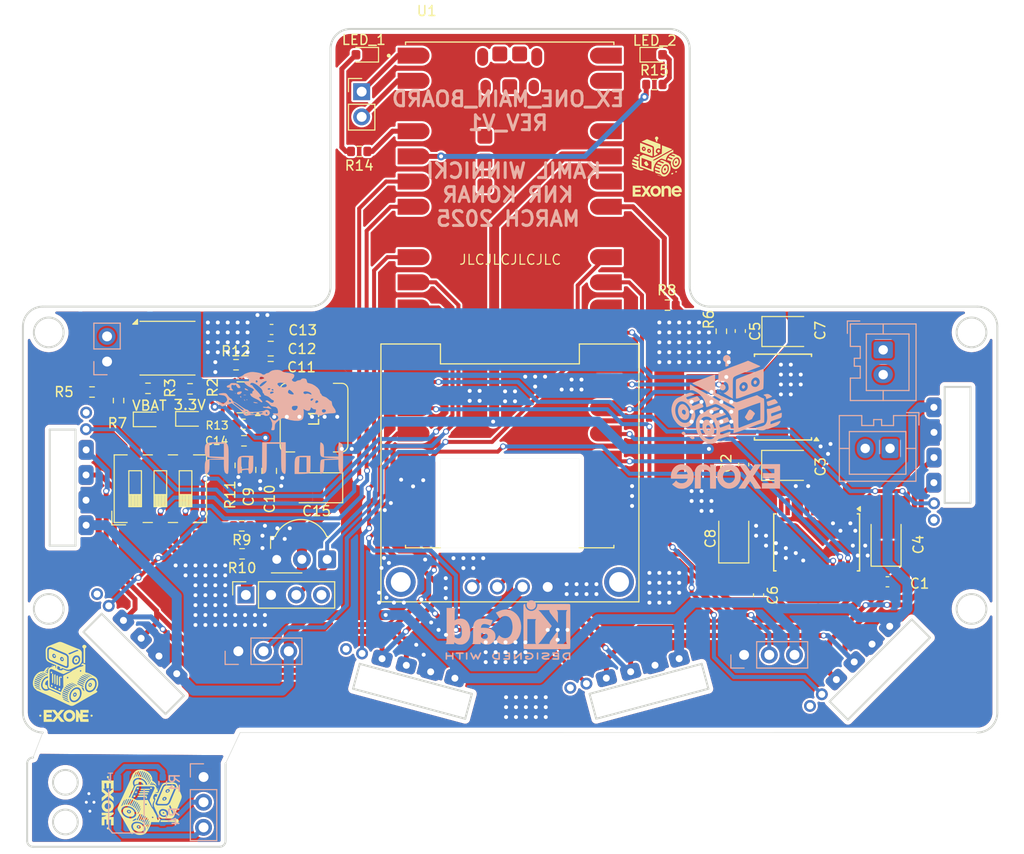
<source format=kicad_pcb>
(kicad_pcb (version 20240108) (generator "pcbnew") (generator_version "8.0")
  (layers (0 "F.Cu" signal) (31 "B.Cu" signal) (34 "B.Paste" user) (35 "F.Paste" user) (36 "B.SilkS" user "B.Silkscreen") (37 "F.SilkS" user "F.Silkscreen") (38 "B.Mask" user) (39 "F.Mask" user) (44 "Edge.Cuts" user))
  (net 0 "")
  (net 1 "GND")
  (net 2 "Net-(3.3V1-A)")
  (net 3 "+3.3V")
  (net 4 "VCC")
  (net 5 "SW_3")
  (net 6 "PWMA")
  (net 7 "PWMB")
  (net 8 "Net-(VBAT1-A)")
  (net 9 "V_BAT")
  (net 10 "BO1")
  (net 11 "BO2")
  (net 12 "BIN2")
  (net 13 "BIN1")
  (net 14 "GPIO_1")
  (net 15 "XSHUT_1")
  (net 16 "SCL")
  (net 17 "SDA")
  (net 18 "XSHUT_2")
  (net 19 "GPIO_2")
  (net 20 "XSHUT_3")
  (net 21 "GPIO_3")
  (net 22 "GPIO_4")
  (net 23 "XSHUT_4")
  (net 24 "XSHUT_5")
  (net 25 "GPIO_5")
  (net 26 "XSHUT_6")
  (net 27 "GPIO_6")
  (net 28 "AIN2")
  (net 29 "AIN1")
  (net 30 "Net-(IC1-VFB)")
  (net 31 "Net-(IC1-EN)")
  (net 32 "Net-(IC1-VBST)")
  (net 33 "SCL_2")
  (net 34 "SDA_2")
  (net 35 "STARTER")
  (net 36 "SIGNAL_IR_01")
  (net 37 "SIGNAL_IR_02")
  (net 38 "GND2")
  (net 39 "SWITCH_1")
  (net 40 "SWITCH_2")
  (net 41 "TX")
  (net 42 "RX")
  (net 43 "Net-(J4-Pin_2)")
  (net 44 "Net-(J4-Pin_3)")
  (net 46 "Net-(U4-K)")
  (net 47 "Net-(Q1-G)")
  (net 48 "Net-(R7-Pad2)")
  (net 52 "Net-(U1-USB_SHIELD-PadA)")
  (net 61 "LED_1")
  (net 62 "Net-(U2-AO1-Pad1)")
  (net 63 "Net-(U2-AO2-Pad5)")
  (net 69 "Net-(U3-BO1-Pad11)")
  (net 70 "Net-(U3-BO2-Pad7)")
  (net 72 "LOAD")
  (net 73 "AO1")
  (net 74 "AO2")
  (net 75 "LED_2")
  (net 76 "Net-(LED_1-A)")
  (net 77 "Net-(LED_2-A)")
  (footprint "Package_SO:SSOP-24_5.3x8.2mm_P0.65mm" (layer "F.Cu") (at 177.605 116.1725 -90)
    (property "Reference" "U3" (hide yes))
    (property "Value" "TB6612FNG" (hide yes))
  )
  (footprint "Resistor_SMD:R_0603_1608Metric" (layer "F.Cu") (at 161.25 70)
    (property "Reference" "R15")
    (property "Value" "220" (hide yes))
  )
  (footprint "Capacitor_Tantalum_SMD:CP_EIA-3528-21_Kemet-B" (layer "F.Cu") (at 169.25 115.7875 90)
    (property "Reference" "C8")
    (property "Value" ">10uF/8.4V" (hide yes))
  )
  (footprint "LOGO" (layer "F.Cu") (at 102.019964 130.31954)
    (property "Reference" "G***" (hide yes))
    (property "Value" "LOGO" (hide yes))
  )
  (footprint "Capacitor_SMD:C_0603_1608Metric" (layer "F.Cu") (at 170.25 108.325 -90)
    (property "Reference" "C2")
    (property "Value" "0.1uF" (hide yes))
  )
  (footprint "TOFVL53L0X:TOFVL53L0X" (layer "F.Cu") (at 109.105666 127.490418 -45)
    (property "Reference" "U7" (hide yes))
    (property "Value" "TOFVL53L0X" (hide yes))
  )
  (footprint "Capacitor_SMD:C_0805_2012Metric" (layer "F.Cu") (at 120.346 108.863 90)
    (property "Reference" "C9")
    (property "Value" "22uF" (hide yes))
  )
  (footprint "Resistor_SMD:R_0603_1608Metric" (layer "F.Cu") (at 162.575 92.25 180)
    (property "Reference" "R8")
    (property "Value" "?" (hide yes))
  )
  (footprint "Package_TO_SOT_SMD:SOT-23-6" (layer "F.Cu") (at 119.9904 101.5478 180)
    (property "Reference" "IC1" (hide yes))
    (property "Value" "TPS563201DDCR" (hide yes))
  )
  (footprint "Connector_PinHeader_2.54mm:PinHeader_1x02_P2.54mm_Vertical" (layer "F.Cu") (at 131.75 70.725)
    (property "Reference" "J8" (hide yes))
    (property "Value" "Conn_01x02_Socket" (hide yes))
  )
  (footprint "Capacitor_SMD:C_0805_2012Metric" (layer "F.Cu") (at 122.4288 108.9646 90)
    (property "Reference" "C10")
    (property "Value" "22uF" (hide yes))
  )
  (footprint "Connector_PinSocket_2.54mm:PinSocket_1x04_P2.54mm_Vertical" (layer "F.Cu") (at 120.08 121.475 90)
    (property "Reference" "J7" (hide yes))
    (property "Value" "Conn_01x04_Female" (hide yes))
  )
  (footprint "LOGO" (layer "F.Cu") (at 109.5 142.5 -90)
    (property "Reference" "G***" (hide yes))
    (property "Value" "LOGO" (hide yes))
  )
  (footprint "TOFVL53L0X:TOFVL53L0X" (layer "F.Cu") (at 190.89 106.751541 90)
    (property "Reference" "U12" (hide yes))
    (property "Value" "TOFVL53L0X" (hide yes))
  )
  (footprint "Capacitor_SMD:C_0603_1608Metric" (layer "F.Cu") (at 171.75 121.5 -90)
    (property "Reference" "C6")
    (property "Value" "0.1uF" (hide yes))
  )
  (footprint "Capacitor_SMD:C_0805_2012Metric" (layer "F.Cu") (at 122.5812 96.6354)
    (property "Reference" "C12")
    (property "Value" "10uF" (hide yes))
  )
  (footprint "Capacitor_Tantalum_SMD:CP_EIA-3528-21_Kemet-B" (layer "F.Cu") (at 174.5225 108.41)
    (property "Reference" "C3")
    (property "Value" ">10uF/3.3V" (hide yes))
  )
  (footprint "Capacitor_SMD:C_0805_2012Metric" (layer "F.Cu") (at 122.5812 98.6674)
    (property "Reference" "C11")
    (property "Value" "10uF" (hide yes))
  )
  (footprint "Button_Switch_SMD:SW_DIP_SPSTx03_Slide_6.7x9.18mm_W8.61mm_P2.54mm_LowProfile" (layer "F.Cu") (at 111.46 110.76 90)
    (property "Reference" "SW1" (hide yes))
    (property "Value" "SW_DIP_x03" (hide yes))
  )
  (footprint "Resistor_SMD:R_0603_1608Metric" (layer "F.Cu") (at 168 94.88 90)
    (property "Reference" "R6")
    (property "Value" "?" (hide yes))
  )
  (footprint "LED_SMD:LED_0603_1608Metric" (layer "F.Cu") (at 131.9625 67 180)
    (property "Reference" "LED_1")
    (property "Value" "LED" (hide yes))
  )
  (footprint "LED_SMD:LED_0603_1608Metric" (layer "F.Cu") (at 114.4925 103.72)
    (property "Reference" "3.3V")
    (property "Value" "LED" (hide yes))
  )
  (footprint "Inductor_SMD:L_Bourns_SRP7028A_7.3x6.6mm" (layer "F.Cu") (at 126.95 103.595 90)
    (property "Reference" "L1")
    (property "Value" "2.2uH" (hide yes))
  )
  (footprint "Package_SO:SSOP-24_5.3x8.2mm_P0.65mm" (layer "F.Cu") (at 174.21 101.52 180)
    (property "Reference" "U2" (hide yes))
    (property "Value" "TB6612FNG" (hide yes))
  )
  (footprint "Resistor_SMD:R_0603_1608Metric" (layer "F.Cu") (at 104.575 101.01)
    (property "Reference" "R5")
    (property "Value" "10K" (hide yes))
  )
  (footprint "LED_SMD:LED_0603_1608Metric" (layer "F.Cu") (at 161.2875 67)
    (property "Reference" "LED_2")
    (property "Value" "LED" (hide yes))
  )
  (footprint "SC0918:MODULE_SC0918" (layer "F.Cu") (at 146.67 91.22)
    (property "Reference" "U1")
    (property "Value" "SC0915")
    (fp_line (start -7 16.5) (end 7 16.5) (stroke (width 0.01)) (layer "Edge.Cuts"))
    (fp_line (start -7 25.5) (end -7 16.5) (stroke (width 0.01)) (layer "Edge.Cuts"))
    (fp_line (start 7 16.5) (end 7 25.5) (stroke (width 0.01)) (layer "Edge.Cuts"))
    (fp_line (start 7 25.5) (end -7 25.5) (stroke (width 0.01)) (layer "Edge.Cuts"))
  )
  (footprint "DM-OLED096-636:MODULE_DM-OLED096-636" (layer "F.Cu") (at 146.69 109.17 180)
    (property "Reference" "U5" (hide yes))
    (property "Value" "DM-OLED096-636" (hide yes))
  )
  (footprint "Capacitor_Tantalum_SMD:CP_EIA-3528-21_Kemet-B_Pad1.50x2.35mm_HandSolder" (layer "F.Cu") (at 127.20005 110.6678 180)
    (property "Reference" "C15")
    (property "Value" "47uF" (hide yes))
  )
  (footprint "OptoDevice:Vishay_MOLD-3Pin" (layer "F.Cu") (at 128.27 117.89 180)
    (property "Reference" "U8" (hide yes))
    (property "Value" "TSOP323xx" (hide yes))
  )
  (footprint "Capacitor_Tantalum_SMD:CP_EIA-3528-21_Kemet-B" (layer "F.Cu") (at 174.5475 94.91)
    (property "Reference" "C7")
    (property "Value" ">10uF/8.4V" (hide yes))
  )
  (footprint "TOFVL53L0X:TOFVL53L0X" (layer "F.Cu") (at 102.51 110.248459 -90)
    (property "Reference" "U6" (hide yes))
    (property "Value" "TOFVL53L0X" (hide yes))
  )
  (footprint "Resistor_SMD:R_0603_1608Metric" (layer "F.Cu") (at 131.5 76.75 180)
    (property "Reference" "R14")
    (property "Value" "220" (hide yes))
  )
  (footprint "Resistor_SMD:R_0603_1608Metric" (layer "F.Cu") (at 110.215 100.64 180)
    (property "Reference" "R3")
    (property "Value" "2K" (hide yes))
  )
  (footprint "TOFVL53L0X:TOFVL53L0X" (layer "F.Cu") (at 136.710991 130.205026 -15)
    (property "Reference" "U9" (hide yes))
    (property "Value" "TOFVL53L0X" (hide yes))
  )
  (footprint "Resistor_SMD:R_0603_1608Metric" (layer "F.Cu") (at 119.695 117.33 180)
    (property "Reference" "R10")
    (property "Value" "10K" (hide yes))
  )
  (footprint "Resistor_SMD:R_0603_1608Metric" (layer "F.Cu") (at 119.8888 105.9318)
    (property "Reference" "R13")
    (property "Value" "33.2kR" (hide yes))
  )
  (footprint "Package_DFN_QFN:DFN-8-1EP_6x5mm_P1.27mm_EP4x4mm" (layer "F.Cu") (at 112.3044 96.788)
    (property "Reference" "Q1" (hide yes))
    (property "Value" "Q_PMOS_GDS" (hide yes))
  )
  (footprint "Resistor_SMD:R_0603_1608Metric" (layer "F.Cu") (at 114.455 100.69 180)
    (property "Reference" "R2")
    (property "Value" "220" (hide yes))
  )
  (footprint "Resistor_SMD:R_0603_1608Metric" (layer "F.Cu") (at 107.25 101.875 -90)
    (property "Reference" "R7")
    (property "Value" "1K" (hide yes))
  )
  (footprint "Capacitor_SMD:C_0603_1608Metric" (layer "F.Cu") (at 184.74 120.1475)
    (property "Reference" "C1")
    (property "Value" "0.1uF" (hide yes))
  )
  (footprint "Resistor_SMD:R_0603_1608Metric" (layer "F.Cu") (at 118.4664 108.4088 90)
    (property "Reference" "R11")
    (property "Value" "10kR" (hide yes))
  )
  (footprint "LED_SMD:LED_0603_1608Metric" (layer "F.Cu") (at 110.2225 103.77)
    (property "Reference" "VBAT")
    (property "Value" "LED" (hide yes))
  )
  (footprint "Resistor_SMD:R_0603_1608Metric" (layer "F.Cu") (at 119.665 114.51 180)
    (property "Reference" "R9")
    (property "Value" "10K" (hide yes))
  )
  (footprint "TOFVL53L0X:TOFVL53L0X" (layer "F.Cu") (at 183.038418 128.645001 45)
    (property "Reference" "U11" (hide yes))
    (property "Value" "TOFVL53L0X" (hide yes))
  )
  (footprint "TOFVL53L0X:TOFVL53L0X" (layer "F.Cu") (at 160.076743 130.405478 15)
    (property "Reference" "U10" (hide yes))
    (property "Value" "TOFVL53L0X" (hide yes))
  )
  (footprint "Capacitor_Tantalum_SMD:CP_EIA-3528-21_Kemet-B" (layer "F.Cu") (at 184.6 116.115 90)
    (property "Reference" "C4")
    (property "Value" ">10uF/3.3V" (hide yes))
  )
  (footprint "Capacitor_SMD:C_0603_1608Metric" (layer "F.Cu") (at 122.6698 94.705)
    (property "Reference" "C13")
    (property "Value" "0.1uF" (hide yes))
  )
  (footprint "Capacitor_SMD:C_0603_1608Metric" (layer "F.Cu") (at 119.8758 104.2554 180)
    (property "Reference" "C14")
    (property "Value" "0.1uF" (hide yes))
  )
  (footprint "Capacitor_SMD:C_0603_1608Metric" (layer "F.Cu") (at 169.91 94.86 90)
    (property "Reference" "C5")
    (property "Value" "0.1uF" (hide yes))
  )
  (footprint "Resistor_SMD:R_0603_1608Metric" (layer "F.Cu") (at 119.0882 98.261)
    (property "Reference" "R12")
    (property "Value" "10kR" (hide yes))
  )
  (footprint "LOGO" (layer "F.Cu") (at 161.5 78.5)
    (property "Reference" "G***" (hide yes))
    (property "Value" "LOGO" (hide yes))
  )
  (footprint "LOGO" (layer "B.Cu") (at 122.8283 104.2297 180)
    (property "Reference" "G***" (hide yes))
    (property "Value" "LOGO" (hide yes))
  )
  (footprint "Connector_JST:JST_XA_B02B-XASK-1_1x02_P2.50mm_Vertical" (layer "B.Cu") (at 184.31 96.76 -90)
    (property "Reference" "J2" (hide yes))
    (property "Value" "Conn_01x02_Pin" (hide yes))
  )
  (footprint "Connector_PinSocket_2.54mm:PinSocket_1x03_P2.54mm_Vertical" (layer "B.Cu") (at 170.29 127.52 -90)
    (property "Reference" "J6" (hide yes))
    (property "Value" "Conn_01x03_Pin" (hide yes))
  )
  (footprint "OptoDevice:Everlight_ITR1201SR10AR" (layer "B.Cu") (at 108.034366 142.3925)
    (property "Reference" "U4" (hide yes))
    (property "Value" "ITR8307-S17-TR8" (hide yes))
  )
  (footprint "Resistor_SMD:R_0402_1005Metric_Pad0.72x0.64mm_HandSolder" (layer "B.Cu") (at 111.7 140.4425 -90)
    (property "Reference" "R1")
    (property "Value" "110R" (hide yes))
  )
  (footprint "Symbol:KiCad-Logo2_5mm_SilkScreen" (layer "B.Cu") (at 146.5 125 180)
    (property "Reference" "REF**" (hide yes))
    (property "Value" "KiCad-Logo2_5mm_SilkScreen" (hide yes))
  )
  (footprint "LOGO" (layer "B.Cu") (at 168.5 104.5 180)
    (property "Reference" "G***" (hide yes))
    (property "Value" "LOGO" (hide yes))
  )
  (footprint "Connector_JST:JST_XA_B02B-XASK-1_1x02_P2.50mm_Vertical" (layer "B.Cu") (at 185 106.7 180)
    (property "Reference" "J1" (hide yes))
    (property "Value" "Conn_01x02_Pin" (hide yes))
  )
  (footprint "Resistor_SMD:R_0402_1005Metric_Pad0.72x0.64mm_HandSolder" (layer "B.Cu") (at 111.69 143.82 90)
    (property "Reference" "R4")
    (property "Value" "22kR" (hide yes))
  )
  (footprint "Connector_PinSocket_2.54mm:PinSocket_1x03_P2.54mm_Vertical" (layer "B.Cu") (at 115.815 139.835 180)
    (property "Reference" "J4" (hide yes))
    (property "Value" "Conn_01x03_Pin" (hide yes))
  )
  (footprint "Connector_PinSocket_2.54mm:PinSocket_1x03_P2.54mm_Vertical" (layer "B.Cu") (at 119.32 127.15 -90)
    (property "Reference" "J5" (hide yes))
    (property "Value" "Conn_01x03_Pin" (hide yes))
  )
  (footprint "Connector_PinHeader_2.54mm:PinHeader_1x02_P2.54mm_Vertical" (layer "B.Cu") (at 106.09 97.94)
    (property "Reference" "J3" (hide yes))
    (property "Value" "Conn_01x02_Socket" (hide yes))
  )
  (gr_line (start 142.18296 133.961262) (end 130.881628 130.933079) (stroke (width 0.2)) (layer "Edge.Cuts"))
  (gr_line (start 102.91 116.500001) (end 100.31 116.500001) (stroke (width 0.2)) (layer "Edge.Cuts"))
  (gr_circle (center 101.89 140.37) (end 101.89 141.62) (stroke (width 0.2)) (fill none) (layer "Edge.Cuts"))
  (gr_line (start 154.717591 131.449855) (end 166.018923 128.421672) (stroke (width 0.2)) (layer "Edge.Cuts"))
  (gr_arc (start 195.81 133.34889) (mid 195.224214 134.763103) (end 193.810002 135.348889) (stroke (width 0.2)) (layer "Edge.Cuts"))
  (gr_line (start 190.51 100.500001) (end 193.11 100.500001) (stroke (width 0.2)) (layer "Edge.Cuts"))
  (gr_line (start 118.034366 146.27) (end 118.034366 138.47) (stroke (width 0.2)) (layer "Edge.Cuts"))
  (gr_line (start 180.749345 134.055996) (end 178.910868 132.217519) (stroke (width 0.2)) (layer "Edge.Cuts"))
  (gr_arc (start 99.609999 135.348889) (mid 98.195786 134.763103) (end 97.61 133.348891) (stroke (width 0.2)) (layer "Edge.Cuts"))
  (gr_arc (start 166.809999 92.400001) (mid 165.395786 91.814215) (end 164.81 90.400002) (stroke (width 0.2)) (layer "Edge.Cuts"))
  (gr_line (start 100.31 116.500001) (end 100.31 104.800001) (stroke (width 0.2)) (layer "Edge.Cuts"))
  (gr_circle (center 100.21 95.000001) (end 101.71 95.000001) (stroke (width 0.2)) (fill none) (layer "Edge.Cuts"))
  (gr_line (start 155.390521 133.961262) (end 154.717591 131.449855) (stroke (width 0.2)) (layer "Edge.Cuts"))
  (gr_line (start 97.61 94.4) (end 97.61 133.348891) (stroke (width 0.2)) (layer "Edge.Cuts"))
  (gr_arc (start 98.034366 138.47) (mid 98.210102 138.045736) (end 98.634366 137.87) (stroke (width 0.2)) (layer "Edge.Cuts"))
  (gr_line (start 98.634366 146.87) (end 117.434366 146.87) (stroke (width 0.2)) (layer "Edge.Cuts"))
  (gr_circle (center 193.21 95.000001) (end 194.71 95.000001) (stroke (width 0.2)) (fill none) (layer "Edge.Cuts"))
  (gr_circle (center 101.89 144.37) (end 101.89 145.62) (stroke (width 0.2)) (fill none) (layer "Edge.Cuts"))
  (gr_line (start 178.910868 132.217519) (end 187.184017 123.944369) (stroke (width 0.2)) (layer "Edge.Cuts"))
  (gr_line (start 130.881628 130.933079) (end 131.554558 128.421672) (stroke (width 0.2)) (layer "Edge.Cuts"))
  (gr_line (start 98.634366 137.87) (end 99.609999 135.348889) (stroke (width 0.05)) (layer "Edge.Cuts"))
  (gr_line (start 193.11 100.500001) (end 193.11 112.200001) (stroke (width 0.2)) (layer "Edge.Cuts"))
  (gr_arc (start 128.61 66.4) (mid 129.195786 64.985787) (end 130.609998 64.400001) (stroke (width 0.2)) (layer "Edge.Cuts"))
  (gr_line (start 131.554558 128.421672) (end 142.85589 131.449855) (stroke (width 0.2)) (layer "Edge.Cuts"))
  (gr_circle (center 100.21 122.884369) (end 101.71 122.884369) (stroke (width 0.2)) (fill none) (layer "Edge.Cuts"))
  (gr_line (start 103.71 125.208323) (end 105.548478 123.369845) (stroke (width 0.2)) (layer "Edge.Cuts"))
  (gr_line (start 118.034366 138.47) (end 119.5 135.350306) (stroke (width 0.05)) (layer "Edge.Cuts"))
  (gr_line (start 111.983149 133.481472) (end 103.71 125.208323) (stroke (width 0.2)) (layer "Edge.Cuts"))
  (gr_circle (center 193.21 122.884369) (end 194.71 122.884369) (stroke (width 0.2)) (fill none) (layer "Edge.Cuts"))
  (gr_arc (start 162.810001 64.400001) (mid 164.224214 64.985787) (end 164.81 66.4) (stroke (width 0.2)) (layer "Edge.Cuts"))
  (gr_line (start 100.31 104.800001) (end 102.91 104.800001) (stroke (width 0.2)) (layer "Edge.Cuts"))
  (gr_line (start 142.85589 131.449855) (end 142.18296 133.961262) (stroke (width 0.2)) (layer "Edge.Cuts"))
  (gr_line (start 166.018923 128.421672) (end 166.691853 130.933079) (stroke (width 0.2)) (layer "Edge.Cuts"))
  (gr_line (start 189.022495 125.782847) (end 180.749345 134.055996) (stroke (width 0.2)) (layer "Edge.Cuts"))
  (gr_line (start 119.5 135.350306) (end 193.810002 135.348889) (stroke (width 0.05)) (layer "Edge.Cuts"))
  (gr_arc (start 128.61 90.400002) (mid 128.024214 91.814215) (end 126.610001 92.400001) (stroke (width 0.2)) (layer "Edge.Cuts"))
  (gr_line (start 98.034366 138.47) (end 98.034366 146.270001) (stroke (width 0.2)) (layer "Edge.Cuts"))
  (gr_line (start 187.184017 123.944369) (end 189.022495 125.782847) (stroke (width 0.2)) (layer "Edge.Cuts"))
  (gr_line (start 190.51 112.200001) (end 190.51 100.500001) (stroke (width 0.2)) (layer "Edge.Cuts"))
  (gr_line (start 193.810001 92.400001) (end 166.809999 92.400001) (stroke (width 0.2)) (layer "Edge.Cuts"))
  (gr_arc (start 97.61 94.4) (mid 98.195786 92.985787) (end 99.609998 92.400001) (stroke (width 0.2)) (layer "Edge.Cuts"))
  (gr_line (start 166.691853 130.933079) (end 155.390521 133.961262) (stroke (width 0.2)) (layer "Edge.Cuts"))
  (gr_line (start 105.548478 123.369845) (end 113.821627 131.642994) (stroke (width 0.2)) (layer "Edge.Cuts"))
  (gr_arc (start 98.634366 146.87) (mid 98.210102 146.694264) (end 98.034366 146.270001) (stroke (width 0.2)) (layer "Edge.Cuts"))
  (gr_line (start 195.81 133.34889) (end 195.81 94.4) (stroke (width 0.2)) (layer "Edge.Cuts"))
  (gr_line (start 164.81 90.400002) (end 164.81 66.4) (stroke (width 0.2)) (layer "Edge.Cuts"))
  (gr_line (start 162.810001 64.400001) (end 130.609998 64.400001) (stroke (width 0.2)) (layer "Edge.Cuts"))
  (gr_line (start 126.610001 92.400001) (end 99.609998 92.400001) (stroke (width 0.2)) (layer "Edge.Cuts"))
  (gr_line (start 128.61 66.4) (end 128.61 90.400002) (stroke (width 0.2)) (layer "Edge.Cuts"))
  (gr_arc (start 118.034366 146.27) (mid 117.85863 146.694264) (end 117.434366 146.87) (stroke (width 0.2)) (layer "Edge.Cuts"))
  (gr_line (start 193.11 112.200001) (end 190.51 112.200001) (stroke (width 0.2)) (layer "Edge.Cuts"))
  (gr_arc (start 193.810001 92.400001) (mid 195.224214 92.985787) (end 195.81 94.4) (stroke (width 0.2)) (layer "Edge.Cuts"))
  (gr_line (start 102.91 104.800001) (end 102.91 116.500001) (stroke (width 0.2)) (layer "Edge.Cuts"))
  (gr_line (start 113.821627 131.642994) (end 111.983149 133.481472) (stroke (width 0.2)) (layer "Edge.Cuts"))
  (gr_text "EX_ONE_MAIN_BOARD\nREV_V1\n\nKAMIL WINNICKI \nKNR KONAR\nMARCH 2025\n" (at 146.5 77.5 0) (layer "B.SilkS") (effects (font (size 1.5 1.5) (thickness 0.3) (bold yes)) (justify mirror)))
  (gr_text "JLCJLCJLCJLC" (at 141.5 88.25 -0) (layer "F.SilkS") (effects (font (size 1 1) (thickness 0.12)) (justify left bottom)))
  (segment (start 170.71 93.285) (end 175.535 93.285) (width 0.5) (layer "F.Cu") (net 1))
  (segment (start 169.91 94.085) (end 170.71 93.285) (width 0.5) (layer "F.Cu") (net 1))
  (segment (start 176.085 93.835) (end 176.085 94.91) (width 0.5) (layer "F.Cu") (net 1))
  (segment (start 175.535 93.285) (end 176.085 93.835) (width 0.5) (layer "F.Cu") (net 1))
  (via (at 143.63638 101.896365) (size 0.6) (drill 0.4) (layers "F.Cu" "B.Cu") (net 1))
  (via (at 115 121.5) (size 0.6) (drill 0.4) (layers "F.Cu" "B.Cu") (net 1))
  (via (at 144.25 126.25) (size 0.6) (drill 0.4) (layers "F.Cu" "B.Cu") (net 1))
  (via (at 115 122.5) (size 0.6) (drill 0.4) (layers "F.Cu" "B.Cu") (net 1))
  (via (at 129.2868 103.5116) (size 0.8) (drill 0.4) (layers "F.Cu" "B.Cu") (net 1))
  (via (at 121 124.5) (size 0.6) (drill 0.4) (layers "F.Cu" "B.Cu") (net 1))
  (via (at 134.25 121.75) (size 0.6) (drill 0.4) (layers "F.Cu" "B.Cu") (net 1))
  (via (at 175.5 117.25) (size 0.6) (drill 0.4) (layers "F.Cu" "B.Cu") (net 1))
  (via (at 159 112.5) (size 0.6) (drill 0.4) (layers "F.Cu" "B.Cu") (net 1))
  (via (at 149.30281 131.789129) (size 0.6) (drill 0.4) (layers "F.Cu" "B.Cu") (net 1))
  (via (at 118 122.5) (size 0.6) (drill 0.4) (layers "F.Cu" "B.Cu") (net 1))
  (via (at 165 103) (size 0.6) (drill 0.4) (layers "F.Cu" "B.Cu") (net 1))
  (via (at 162.75 119.25) (size 0.6) (drill 0.4) (layers "F.Cu" "B.Cu") (net 1))
  (via (at 150.5 125) (size 0.6) (drill 0.4) (layers "F.Cu" "B.Cu") (net 1))
  (via (at 159 110.5) (size 0.6) (drill 0.4) (layers "F.Cu" "B.Cu") (net 1))
  (via (at 160.75 120.25) (size 0.6) (drill 0.4) (layers "F.Cu" "B.Cu") (net 1))
  (via (at 160.75 121.25) (size 0.6) (drill 0.4) (layers "F.Cu" "B.Cu") (net 1))
  (via (at 181 114.25) (size 0.6) (drill 0.4) (layers "F.Cu" "B.Cu") (net 1))
  (via (at 140.22544 119.785893) (size 0.6) (drill 0.4) (layers "F.Cu" "B.Cu") (net 1))
  (via (at 116 120.5) (size 0.6) (drill 0.4) (layers "F.Cu" "B.Cu") (net 1))
  (via (at 148.25 128.25) (size 0.6) (drill 0.4) (layers "F.Cu" "B.Cu") (net 1))
  (via (at 134 117.75) (size 0.6) (drill 0.4) (layers "F.Cu" "B.Cu") (net 1))
  (via (at 148.30281 131.789129) (size 0.6) (drill 0.4) (layers "F.Cu" "B.Cu") (net 1))
  (via (at 179.25 114.25) (size 0.6) (drill 0.4) (layers "F.Cu" "B.Cu") (net 1))
  (via (at 142 118.765923) (size 0.6) (drill 0.4) (layers "F.Cu" "B.Cu") (net 1))
  (via (at 115 119.5) (size 0.6) (drill 0.4) (layers "F.Cu" "B.Cu") (net 1))
  (via (at 117 120.5) (size 0.6) (drill 0.4) (layers "F.Cu" "B.Cu") (net 1))
  (via (at 133.5 122.25) (size 0.6) (drill 0.4) (layers "F.Cu" "B.Cu") (net 1))
  (via (at 118 120.5) (size 0.6) (drill 0.4) (layers "F.Cu" "B.Cu") (net 1))
  (via (at 155.409497 120.388628) (size 0.6) (drill 0.4) (layers "F.Cu" "B.Cu") (net 1))
  (via (at 125.4768 103.5116) (size 0.8) (drill 0.4) (layers "F.Cu" "B.Cu") (net 1))
  (via (at 113 118.5) (size 0.6) (drill 0.4) (layers "F.Cu" "B.Cu") (net 1))
  (via (at 138.146815 117.905001) (size 0.6) (drill 0.4) (layers "F.Cu" "B.Cu") (net 1))
  (via (at 150.233177 99.462757) (size 0.6) (drill 0.4) (layers "F.Cu" "B.Cu") (net 1))
  (via (at 166 103) (size 0.6) (drill 0.4) (layers "F.Cu" "B.Cu") (net 1))
  (via (at 138 127.5) (size 0.6) (drill 0.4) (layers "F.Cu" "B.Cu") (net 1))
  (via (at 180 115) (size 0.6) (drill 0.4) (layers "F.Cu" "B.Cu") (net 1))
  (via (at 167 102) (size 0.6) (drill 0.4) (layers "F.Cu" "B.Cu") (net 1))
  (via (at 152.903747 100.761605) (size 0.6) (drill 0.4) (layers "F.Cu" "B.Cu") (net 1))
  (via (at 143 117.765923) (size 0.6) (drill 0.4) (layers "F.Cu" "B.Cu") (net 1))
  (via (at 121.519037 109.993828) (size 0.6) (drill 0.4) (layers "F.Cu" "B.Cu") (net 1))
  (via (at 163.75 121.25) (size 0.6) (drill 0.4) (layers "F.Cu" "B.Cu") (net 1))
  (via (at 116 118.5) (size 0.6) (drill 0.4) (layers "F.Cu" "B.Cu") (net 1))
  (via (at 121 123.5) (size 0.6) (drill 0.4) (layers "F.Cu" "B.Cu") (net 1))
  (via (at 169 102) (size 0.6) (drill 0.4) (layers "F.Cu" "B.Cu") (net 1))
  (via (at 123.25 114.75) (size 0.6) (drill 0.4) (layers "F.Cu" "B.Cu") (net 1))
  (via (at 166 113) (size 0.6) (drill 0.4) (layers "F.Cu" "B.Cu") (net 1))
  (via (at 134.689996 112.20547) (size 0.6) (drill 0.4) (layers "F.Cu" "B.Cu") (net 1))
  (via (at 175 101.25) (size 0.6) (drill 0.4) (layers "F.Cu" "B.Cu") (net 1))
  (via (at 151.5 126) (size 0.6) (drill 0.4) (layers "F.Cu" "B.Cu") (net 1))
  (via (at 150.30281 133.789129) (size 0.6) (drill 0.4) (layers "F.Cu" "B.Cu") (net 1))
  (via (at 178.75 107.25) (size 0.6) (drill 0.4) (layers "F.Cu" "B.Cu") (net 1))
  (via (at 168 102) (size 0.6) (drill 0.4) (layers "F.Cu" "B.Cu") (net 1))
  (via (at 154.409497 120.388628) (size 0.6) (drill 0.4) (layers "F.Cu" "B.Cu") (net 1))
  (via (at 169 104) (size 0.6) (drill 0.4) (layers "F.Cu" "B.Cu") (net 1))
  (via (at 118 123.5) (size 0.6) (drill 0.4) (layers "F.Cu" "B.Cu") (net 1))
  (via (at 136.930011 110.525908) (size 0.6) (drill 0.4) (layers "F.Cu" "B.Cu") (net 1))
  (via (at 149.233177 100.462757) (size 0.6) (drill 0.4) (layers "F.Cu" "B.Cu") (net 1))
  (via (at 173.5 117.25) (size 0.6) (drill 0.4) (layers "F.Cu" "B.Cu") (net 1))
  (via (at 166 104) (size 0.6) (drill 0.4) (layers "F.Cu" "B.Cu") (net 1))
  (via (at 140.25 125.5) (size 0.6) (drill 0.4) (layers "F.Cu" "B.Cu") (net 1))
  (via (at 118 121.5) (size 0.6) (drill 0.4) (layers "F.Cu" "B.Cu") (net 1))
  (via (at 155.409497 121.388628) (size 0.6) (drill 0.4) (layers "F.Cu" "B.Cu") (net 1))
  (via (at 147.30281 132.789129) (size 0.6) (drill 0.4) (layers "F.Cu" "B.Cu") (net 1))
  (via (at 144.25 128.25) (size 0.6) (drill 0.4) (layers "F.Cu" "B.Cu") (net 1))
  (via (at 153.903747 99.761605) (size 0.6) (drill 0.4) (layers "F.Cu" "B.Cu") (net 1))
  (via (at 119 123.5) (size 0.6) (drill 0.4) (layers "F.Cu" "B.Cu") (net 1))
  (via (at 147.202778 100.946922) (size 0.6) (drill 0.4) (layers "F.Cu" "B.Cu") (net 1))
  (via (at 134.5 118.25) (size 0.6) (drill 0.4) (layers "F.Cu" "B.Cu") (net 1))
  (via (at 162.75 120.25) (size 0.6) (drill 0.4) (layers "F.Cu" "B.Cu") (net 1))
  (via (at 148.233177 99.462757) (size 0.6) (drill 0.4) (layers "F.Cu" "B.Cu") (net 1))
  (via (at 142.63638 100.896365) (size 0.6) (drill 0.4) (layers "F.Cu" "B.Cu") (net 1))
  (via (at 119.445144 110.341475) (size 0.6) (drill 0.4) (layers "F.Cu" "B.Cu") (net 1))
  (via (at 148.30281 133.789129) (size 0.6) (drill 0.4) (layers "F.Cu" "B.Cu") (net 1))
  (via (at 143 118.765923) (size 0.6) (drill 0.4) (layers "F.Cu" "B.Cu") (net 1))
  (via (at 121.75 116.75) (size 0.6) (drill 0.4) (layers "F.Cu" "B.Cu") (net 1))
  (via (at 146.25 127.25) (size 0.6) (drill 0.4) (layers "F.Cu" "B.Cu") (net 1))
  (via (at 150.30281 131.789129) (size 0.6) (drill 0.4) (layers "F.Cu" "B.Cu") (net 1))
  (via (at 146.25 126.25) (size 0.6) (drill 0.4) (layers "F.Cu" "B.Cu") (net 1))
  (via (at 151.903747 100.761605) (size 0.6) (drill 0.4) (layers "F.Cu" "B.Cu") (net 1))
  (via (at 139.5 125) (size 0.6) (drill 0.4) (layers "F.Cu" "B.Cu") (net 1))
  (via (at 178 106.5) (size 0.6) (drill 0.4) (layers "F.Cu" "B.Cu") (net 1))
  (via (at 159 111.5) (size 0.6) (drill 0.4) (layers "F.Cu" "B.Cu") (net 1))
  (via (at 137.9534 109.904102) (size 0.6) (drill 0.4) (layers "F.Cu" "B.Cu") (net 1))
  (via (at 175 100.25) (size 0.6) (drill 0.4) (layers "F.Cu" "B.Cu") (net 1))
  (via (at 165 104) (size 0.6) (drill 0.4) (layers "F.Cu" "B.Cu") (net 1))
  (via (at 144.25 127.25) (size 0.6) (drill 0.4) (layers "F.Cu" "B.Cu") (net 1))
  (via (at 123.640881 110.485329) (size 0.6) (drill 0.4) (layers "F.Cu" "B.Cu") (net 1))
  (via (at 153.903747 100.761605) (size 0.6) (drill 0.4) (layers "F.Cu" "B.Cu") (net 1))
  (via (at 118 124.5) (size 0.6) (drill 0.4) (layers "F.Cu" "B.Cu") (net 1))
  (via (at 174.5 116.75) (size 0.6) (drill 0.4) (layers "F.Cu" "B.Cu") (net 1))
  (via (at 166 112) (size 0.6) (drill 0.4) (layers "F.Cu" "B.Cu") (net 1))
  (via (at 134.076826 112.922274) (size 0.6) (drill 0.4) (layers "F.Cu" "B.Cu") (net 1))
  (via (at 151.5 125) (size 0.6) (drill 0.4) (layers "F.Cu" "B.Cu") (net 1))
  (via (at 168 103) (size 0.6) (drill 0.4) (layers "F.Cu" "B.Cu") (net 1))
  (via (at 133.75 118.75) (size 0.6) (drill 0.4) (layers "F.Cu" "B.Cu") (net 1))
  (via (at 146.202778 100.946922) (size 0.6) (drill 0.4) (layers "F.Cu" "B.Cu") (net 1))
  (via (at 146.202778 101.946922) (size 0.6) (drill 0.4) (layers "F.Cu" "B.Cu") (net 1))
  (via (at 181.75 117.5) (size 0.6) (drill 0.4) (layers "F.Cu" "B.Cu") (net 1))
  (via (at 144 117.765923) (size 0.6) (drill 0.4) (layers "F.Cu" "B.Cu") (net 1))
  (via (at 116 122.5) (size 0.6) (drill 0.4) (layers "F.Cu" "B.Cu") (net 1))
  (via (at 152.5 125) (size 0.6) (drill 0.4) (layers "F.Cu" "B.Cu") (net 1))
  (via (at 114 118.5) (size 0.6) (drill 0.4) (layers "F.Cu" "B.Cu") (net 1))
  (via (at 165 102) (size 0.6) (drill 0.4) (layers "F.Cu" "B.Cu") (net 1))
  (via (at 145.25 127.25) (size 0.6) (drill 0.4) (layers "F.Cu" "B.Cu") (net 1))
  (via (at 122.9368 103.5116) (size 0.8) (drill 0.4) (layers "F.Cu" "B.Cu") (net 1))
  (via (at 176.25 118) (size 0.6) (drill 0.4) (layers "F.Cu" "B.Cu") (net 1))
  (via (at 117 123.5) (size 0.6) (drill 0.4) (layers "F.Cu" "B.Cu") (net 1))
  (via (at 123.993409 115.823964) (size 0.6) (drill 0.4) (layers "F.Cu" "B.Cu") (net 1))
  (via (at 119.325266 109.586242) (size 0.6) (drill 0.4) (layers "F.Cu" "B.Cu") (net 1))
  (via (at 152.903747 99.761605) (size 0.6) (drill 0.4) (layers "F.Cu" "B.Cu") (net 1))
  (via (at 167 112) (size 0.6) (drill 0.4) (layers "F.Cu" "B.Cu") (net 1))
  (via (at 146.30281 133.789129) (size 0.6) (drill 0.4) (layers "F.Cu" "B.Cu") (net 1))
  (via (at 138.75 124.25) (size 0.6) (drill 0.4) (layers "F.Cu" "B.Cu") (net 1))
  (via (at 167 104) (size 0.6) (drill 0.4) (layers "F.Cu" "B.Cu") (net 1))
  (via (at 179 106.25) (size 0.6) (drill 0.4) (layers "F.Cu" "B.Cu") (net 1))
  (via (at 160.75 119.25) (size 0.6) (drill 0.4) (layers "F.Cu" "B.Cu") (net 1))
  (via (at 149.30281 132.789129) (size 0.6) (drill 0.4) (layers "F.Cu" "B.Cu") (net 1))
  (via (at 116 119.5) (size 0.6) (drill 0.4) (layers "F.Cu" "B.Cu") (net 1))
  (via (at 121.531025 110.773037) (size 0.6) (drill 0.4) (layers "F.Cu" "B.Cu") (net 1))
  (via (at 161.75 119.25) (size 0.6) (drill 0.4) (layers "F.Cu" "B.Cu") (net 1))
  (via (at 115 118.5) (size 0.6) (drill 0.4) (layers "F.Cu" "B.Cu") (net 1))
  (via (at 173.5 116.25) (size 0.6) (drill 0.4) (layers "F.Cu" "B.Cu") (net 1))
  (via (at 121.75 115.5) (size 0.6) (drill 0.4) (layers "F.Cu" "B.Cu") (net 1))
  (via (at 148.25 126.25) (size 0.6) (drill 0.4) (layers "F.Cu" "B.Cu") (net 1))
  (via (at 124.2068 103.5116) (size 0.8) (drill 0.4) (layers "F.Cu" "B.Cu") (net 1))
  (via (at 140.22544 121.785893) (size 0.6) (drill 0.4) (layers "F.Cu" "B.Cu") (net 1))
  (via (at 166 102) (size 0.6) (drill 0.4) (layers "F.Cu" "B.Cu") (net 1))
  (via (at 124.5 114.75) (size 0.6) (drill 0.4) (layers "F.Cu" "B.Cu") (net 1))
  (via (at 174 101.25) (size 0.6) (drill 0.4) (layers "F.Cu" "B.Cu") (net 1))
  (via (at 152.409497 120.388628) (size 0.6) (drill 0.4) (layers "F.Cu" "B.Cu") (net 1))
  (via (at 137.25 126.5) (size 0.6) (drill 0.4) (layers "F.Cu" "B.Cu") (net 1))
  (via (at 161.75 122.25) (size 0.6) (drill 0.4) (layers "F.Cu" "B.Cu") (net 1))
  (via (at 174 98.25) (size 0.6) (drill 0.4) (layers "F.Cu" "B.Cu") (net 1))
  (via (at 128.0168 103.5116) (size 0.8) (drill 0.4) (layers "F.Cu" "B.Cu") (net 1))
  (via (at 167 103) (size 0.6) (drill 0.4) (layers "F.Cu" "B.Cu") (net 1))
  (via (at 172.5 116.5) (size 0.6) (drill 0.4) (layers "F.Cu" "B.Cu") (net 1))
  (via (at 122.75 115.75) (size 0.6) (drill 0.4) (layers "F.Cu" "B.Cu") (net 1))
  (via (at 163.75 120.25) (size 0.6) (drill 0.4) (layers "F.Cu" "B.Cu") (net 1))
  (via (at 153.409497 121.388628) (size 0.6) (drill 0.4) (layers "F.Cu" "B.Cu") (net 1))
  (via (at 147.30281 133.789129) (size 0.6) (drill 0.4) (layers "F.Cu" "B.Cu") (net 1))
  (via (at 165 112) (size 0.6) (drill 0.4) (layers "F.Cu" "B.Cu") (net 1))
  (via (at 140.22544 120.785893) (size 0.6) (drill 0.4) (layers "F.Cu" "B.Cu") (net 1))
  (via (at 162.75 121.25) (size 0.6) (drill 0.4) (layers "F.Cu" "B.Cu") (net 1))
  (via (at 145.25 126.25) (size 0.6) (drill 0.4) (layers "F.Cu" "B.Cu") (net 1))
  (via (at 176 100.25) (size 0.6) (drill 0.4) (layers "F.Cu" "B.Cu") (net 1))
  (via (at 172.5 115.5) (size 0.6) (drill 0.4) (layers "F.Cu" "B.Cu") (net 1))
  (via (at 117 122.5) (size 0.6) (drill 0.4) (layers "F.Cu" "B.Cu") (net 1))
  (via (at 147.202778 101.946922) (size 0.6) (drill 0.4) (layers "F.Cu" "B.Cu") (net 1))
  (via (at 176 99.25) (size 0.6) (drill 0.4) (layers "F.Cu" "B.Cu") (net 1))
  (via (at 161.75 120.25) (size 0.6) (drill 0.4) (layers "F.Cu" "B.Cu") (net 1))
  (via (at 142 117.765923) (size 0.6) (drill 0.4) (layers "F.Cu" "B.Cu") (net 1))
  (via (at 117 118.5) (size 0.6) (drill 0.4) (layers "F.Cu" "B.Cu") (net 1))
  (via (at 135.725262 109.852285) (size 0.6) (drill 0.4) (layers "F.Cu" "B.Cu") (net 1))
  (via (at 147.25 126.25) (size 0.6) (drill 0.4) (layers "F.Cu" "B.Cu") (net 1))
  (via (at 116 124.5) (size 0.6) (drill 0.4) (layers "F.Cu" "B.Cu") (net 1))
  (via (at 117 124.5) (size 0.6) (drill 0.4) (layers "F.Cu" "B.Cu") (net 1))
  (via (at 141 117.765923) (size 0.6) (drill 0.4) (layers "F.Cu" "B.Cu") (net 1))
  (via (at 118 119.5) (size 0.6) (drill 0.4) (layers "F.Cu" "B.Cu") (net 1))
  (via (at 146.30281 131.789129) (size 0.6) (drill 0.4) (layers "F.Cu" "B.Cu") (net 1))
  (via (at 163.75 119.25) (size 0.6) (drill 0.4) (layers "F.Cu" "B.Cu") (net 1))
  (via (at 175 98.25) (size 0.6) (drill 0.4) (layers "F.Cu" "B.Cu") (net 1))
  (via (at 171.5 115.5) (size 0.6) (drill 0.4) (layers "F.Cu" "B.Cu") (net 1))
  (via (at 142.63638 101.896365) (size 0.6) (drill 0.4) (layers "F.Cu" "B.Cu") (net 1))
  (via (at 122 114.5) (size 0.6) (drill 0.4) (layers "F.Cu" "B.Cu") (net 1))
  (via (at 160.75 122.25) (size 0.6) (drill 0.4) (layers "F.Cu" "B.Cu") (net 1))
  (via (at 149.30281 133.789129) (size 0.6) (drill 0.4) (layers "F.Cu" "B.Cu") (net 1))
  (via (at 174 100.25) (size 0.6) (drill 0.4) (layers "F.Cu" "B.Cu") (net 1))
  (via (at 118 118.5) (size 0.6) (drill 0.4) (layers "F.Cu" "B.Cu") (net 1))
  (via (at 119 124.5) (size 0.6) (drill 0.4) (layers "F.Cu" "B.Cu") (net 1))
  (via (at 120 124.5) (size 0.6) (drill 0.4) (layers "F.Cu" "B.Cu") (net 1))
  (via (at 146.25 128.25) (size 0.6) (drill 0.4) (layers "F.Cu" "B.Cu") (net 1))
  (via (at 149.233177 99.462757) (size 0.6) (drill 0.4) (layers "F.Cu" "B.Cu") (net 1))
  (via (at 133.5 121.25) (size 0.6) (drill 0.4) (layers "F.Cu" "B.Cu") (net 1))
  (via (at 176.75 110.5) (size 0.6) (drill 0.4) (layers "F.Cu" "B.Cu") (net 1))
  (via (at 143.63638 100.896365) (size 0.6) (drill 0.4) (layers "F.Cu" "B.Cu") (net 1))
  (via (at 181.5 115) (size 0.6) (drill 0.4) (layers "F.Cu" "B.Cu") (net 1))
  (via (at 165 111) (size 0.6) (drill 0.4) (layers "F.Cu" "B.Cu") (net 1))
  (via (at 115 124.5) (size 0.6) (drill 0.4) (layers "F.Cu" "B.Cu") (net 1))
  (via (at 148.25 127.25) (size 0.6) (drill 0.4) (layers "F.Cu" "B.Cu") (net 1))
  (via (at 114 119.5) (size 0.6) (drill 0.4) (layers "F.Cu" "B.Cu") (net 1))
  (via (at 122 123.5) (size 0.6) (drill 0.4) (layers "F.Cu" "B.Cu") (net 1))
  (via (at 182.5 116.5) (size 0.6) (drill 0.4) (layers "F.Cu" "B.Cu") (net 1))
  (via (at 116 121.5) (size 0.6) (drill 0.4) (layers "F.Cu" "B.Cu") (net 1))
  (via (at 182.75 117.5) (size 0.6) (drill 0.4) (layers "F.Cu" "B.Cu") (net 1))
  (via (at 167 113) (size 0.6) (drill 0.4) (layers "F.Cu" "B.Cu") (net 1))
  (via (at 115 123.5) (size 0.6) (drill 0.4) (layers "F.Cu" "B.Cu") (net 1))
  (via (at 147.25 127.25) (size 0.6) (drill 0.4) (layers "F.Cu" "B.Cu") (net 1))
  (via (at 136 122.25) (size 0.6) (drill 0.4) (layers "F.Cu" "B.Cu") (net 1))
  (via (at 175 99.25) (size 0.6) (drill 0.4) (layers "F.Cu" "B.Cu") (net 1))
  (via (at 162.75 122.25) (size 0.6) (drill 0.4) (layers "F.Cu" "B.Cu") (net 1))
  (via (at 152.409497 121.388628) (size 0.6) (drill 0.4) (layers "F.Cu" "B.Cu") (net 1))
  (via (at 147.25 128.25) (size 0.6) (drill 0.4) (layers "F.Cu" "B.Cu") (net 1))
  (via (at 150.30281 132.789129) (size 0.6) (drill 0.4) (layers "F.Cu" "B.Cu") (net 1))
  (via (at 161.75 121.25) (size 0.6) (drill 0.4) (layers "F.Cu" "B.Cu") (net 1))
  (via (at 148.30281 132.789129) (size 0.6) (drill 0.4) (layers "F.Cu" "B.Cu") (net 1))
  (via (at 120 123.5) (size 0.6) (drill 0.4) (layers "F.Cu" "B.Cu") (net 1))
  (via (at 169 103) (size 0.6) (drill 0.4) (layers "F.Cu" "B.Cu") (net 1))
  (via (at 154.409497 121.388628) (size 0.6) (drill 0.4) (layers "F.Cu" "B.Cu") (net 1))
  (via (at 174.5 117.75) (size 0.6) (drill 0.4) (layers "F.Cu" "B.Cu") (net 1))
  (via (at 174 99.25) (size 0.6) (drill 0.4) (layers "F.Cu" "B.Cu") (net 1))
  (via (at 115 120.5) (size 0.6) (drill 0.4) (layers "F.Cu" "B.Cu") (net 1))
  (via (at 135 122.25) (size 0.6) (drill 0.4) (layers "F.Cu" "B.Cu") (net 1))
  (via (at 123.736783 109.670157) (size 0.6) (drill 0.4) (layers "F.Cu" "B.Cu") (net 1))
  (via (at 146.30281 132.789129) (size 0.6) (drill 0.4) (layers "F.Cu" "B.Cu") (net 1))
  (via (at 171.5 114.5) (size 0.6) (drill 0.4) (layers "F.Cu" "B.Cu") (net 1))
  (via (at 181.25 116.5) (size 0.6) (drill 0.4) (layers "F.Cu" "B.Cu") (net 1))
  (via (at 126.7468 103.5116) (size 0.8) (drill 0.4) (layers "F.Cu" "B.Cu") (net 1))
  (via (at 122 124.5) (size 0.6) (drill 0.4) (layers "F.Cu" "B.Cu") (net 1))
  (via (at 116 123.5) (size 0.6) (drill 0.4) (layers "F.Cu" "B.Cu") (net 1))
  (via (at 175.5 110.5) (size 0.6) (drill 0.4) (layers "F.Cu" "B.Cu") (net 1))
  (via (at 168 104) (size 0.6) (drill 0.4) (layers "F.Cu" "B.Cu") (net 1))
  (via (at 145.25 128.25) (size 0.6) (drill 0.4) (layers "F.Cu" "B.Cu") (net 1))
  (via (at 166 111) (size 0.6) (drill 0.4) (layers "F.Cu" "B.Cu") (net 1))
  (via (at 153.409497 120.388628) (size 0.6) (drill 0.4) (layers "F.Cu" "B.Cu") (net 1))
  (via (at 147.30281 131.789129) (size 0.6) (drill 0.4) (layers "F.Cu" "B.Cu") (net 1))
  (via (at 117 121.5) (size 0.6) (drill 0.4) (layers "F.Cu" "B.Cu") (net 1))
  (via (at 117 119.5) (size 0.6) (drill 0.4) (layers "F.Cu" "B.Cu") (net 1))
  (segment (start 113.63 102.07) (end 115.28 103.72) (width 0.5) (layer "F.Cu") (net 2))
  (segment (start 113.63 100.69) (end 113.63 102.07) (width 0.5) (layer "F.Cu") (net 2))
  (segment (start 124.4 125.4) (end 124.4 127.15) (width 1) (layer "F.Cu") (net 3))
  (segment (start 178.265598 118.444802) (end 178.305 118.484204) (width 1) (layer "F.Cu") (net 3))
  (segment (start 120.52 119.86) (end 120.615 119.955) (width 0.5) (layer "F.Cu") (net 3))
  (segment (start 134.16 123.51) (end 130.19 123.51) (width 1) (layer "F.Cu") (net 3))
  (segment (start 178.265598 117.640598) (end 178.265598 118.444802) (width 1) (layer "F.Cu") (net 3))
  (segment (start 166.75 106.75) (end 166.75 109.75) (width 1) (layer "F.Cu") (net 3))
  (segment (start 167.985618 110.985618) (end 169.610618 110.985618) (width 1) (layer "F.Cu") (net 3))
  (segment (start 120.52 117.33) (end 120.52 119.86) (width 0.5) (layer "F.Cu") (net 3))
  (segment (start 126.29 123.51) (end 124.4 125.4) (width 1) (layer "F.Cu") (net 3))
  (segment (start 125.03 119.67) (end 125.73 118.97) (width 1) (layer "F.Cu") (net 3))
  (segment (start 178.305 118.484204) (end 178.305 119.7725) (width 1) (layer "F.Cu") (net 3))
  (segment (start 169.45 106.75) (end 170.25 107.55) (width 1) (layer "F.Cu") (net 3))
  (segment (start 120.08 120.49) (end 120.615 119.955) (width 1) (layer "F.Cu") (net 3))
  (segment (start 166.75 106.75) (end 169.45 106.75) (width 1) (layer "F.Cu") (net 3))
  (segment (start 116.9404 102.5) (end 116.9404 102.3504) (width 0.4) (layer "F.Cu") (net 3))
  (segment (start 169.610618 110.985618) (end 173.375 114.75) (width 1) (layer "F.Cu") (net 3))
  (segment (start 145 104) (end 145.101103 103.898897) (width 1) (layer "F.Cu") (net 3))
  (segment (start 130.19 109.56) (end 126.95 106.32) (width 1) (layer "F.Cu") (net 3))
  (segment (start 166.75 109.75) (end 167.985618 110.985618) (width 1) (layer "F.Cu") (net 3))
  (segment (start 120.9 119.67) (end 125.03 119.67) (width 1) (layer "F.Cu") (net 3))
  (segment (start 125.73 118.97) (end 125.73 117.89) (width 1) (layer "F.Cu") (net 3))
  (segment (start 130.19 123.51) (end 126.29 123.51) (width 1) (layer "F.Cu") (net 3))
  (segment (start 116.9404 102.3504) (end 115.28 100.69) (width 0.4) (layer "F.Cu") (net 3))
  (segment (start 120.08 121.475) (end 120.08 120.49) (width 1) (layer "F.Cu") (net 3))
  (segment (start 120.615 119.955) (end 120.9 119.67) (width 0.8) (layer "F.Cu") (net 3))
  (segment (start 128.82505 112.36495) (end 125.73 115.46) (width 1) (layer "F.Cu") (net 3))
  (segment (start 175.375 114.75) (end 178.265598 117.640598) (width 1) (layer "F.Cu") (net 3))
  (segment (start 125.73 115.46) (end 125.73 117.89) (width 1) (layer "F.Cu") (net 3))
  (segment (start 145.101103 103.898897) (end 145.101103 84.148897) (width 1) (layer "F.Cu") (net 3))
  (segment (start 130.19 123.51) (end 130.19 109.56) (width 1) (layer "F.Cu") (net 3))
  (segment (start 152 77.25) (end 156.36 77.25) (width 1) (layer "F.Cu") (net 3))
  (segment (start 128.82505 110.6678) (end 128.82505 112.36495) (width 1) (layer "F.Cu") (net 3))
  (segment (start 120.49 114.51) (end 120.49 117.3) (width 0.5) (layer "F.Cu") (net 3))
  (segment (start 145.101103 84.148897) (end 152 77.25) (width 1) (layer "F.Cu") (net 3))
  (segment (start 120.49 117.3) (end 120.52 117.33) (width 0.5) (layer "F.Cu") (net 3))
  (segment (start 134.17 123.5) (end 134.16 123.51) (width 1) (layer "F.Cu") (net 3))
  (segment (start 173.375 114.75) (end 175.375 114.75) (width 1) (layer "F.Cu") (net 3))
  (via (at 134.17 123.5) (size 0.6) (drill 0.4) (layers "F.Cu" "B.Cu") (net 3))
  (via (at 129.75 106.75) (size 0.6) (drill 0.4) (layers "F.Cu" "B.Cu") (net 3))
  (via (at 166.75 106.75) (size 0.6) (drill 0.4) (layers "F.Cu" "B.Cu") (net 3))
  (via (at 116.9404 102.5) (size 0.8) (drill 0.4) (layers "F.Cu" "B.Cu") (net 3))
  (via (at 122.05 105.62) (size 0.8) (drill 0.4) (layers "F.Cu" "B.Cu") (net 3))
  (via (at 145 104) (size 0.8) (drill 0.4) (layers "F.Cu" "B.Cu") (net 3))
  (via (at 130.75 106.75) (size 0.6) (drill 0.4) (layers "F.Cu" "B.Cu") (net 3))
  (segment (start 184.75 110.8) (end 184.75 118.25) (width 1) (layer "B.Cu") (net 3))
  (segment (start 116.9404 102.5) (end 117.89 102.5) (width 0.4) (layer "B.Cu") (net 3))
  (segment (start 184.058764 123.732486) (end 185.872486 123.732486) (width 1) (layer "B.Cu") (net 3))
  (segment (start 131.189588 106.75) (end 129.75 106.75) (width 1) (layer "B.Cu") (net 3))
  (segment (start 124.4 130.45) (end 124.4 127.15) (width 1) (layer "B.Cu") (net 3))
  (segment (start 186.75 122.854972) (end 185.872486 123.732486) (width 1) (layer "B.Cu") (net 3))
  (segment (start 163.74858 124.33142) (end 163.33716 123.92) (width 1) (layer "B.Cu") (net 3))
  (segment (start 141.172384 128.583593) (end 142.46 129.871209) (width 1) (layer "B.Cu") (net 3))
  (segment (start 177.75 122.83) (end 173 122.83) (width 1) (layer "B.Cu") (net 3))
  (segment (start 149.618791 129.871209) (end 142.46 129.871209) (width 1) (layer "B.Cu") (net 3))
  (segment (start 145 104) (end 155.578428 104) (width 1) (layer "B.Cu") (net 3))
  (segment (start 142.46 129.871209) (end 141.143593 129.871209) (width 1) (layer "B.Cu") (net 3))
  (segment (start 121.01 105.62) (end 122.05 105.62) (width 0.4) (layer "B.Cu") (net 3))
  (segment (start 163.33716 123.92) (end 155.57 123.92) (width 1) (layer "B.Cu") (net 3))
  (segment (start 136.06 123.5) (end 139.155 126.595) (width 1) (layer "B.Cu") (net 3))
  (segment (start 184.965625 124.639347) (end 184.046278 123.72) (width 1) (layer "B.Cu") (net 3))
  (segment (start 113.11132 121.61132) (end 113.11132 129.417625) (width 1) (layer "B.Cu") (net 3))
  (segment (start 114.813695 131.12) (end 123.73 131.12) (width 1) (layer "B.Cu") (net 3))
  (segment (start 133.939588 104) (end 131.189588 106.75) (width 1) (layer "B.Cu") (net 3))
  (segment (start 113.11132 129.417625) (end 114.813695 131.12) (width 1) (layer "B.Cu") (net 3))
  (segment (start 123.73 131.12) (end 124.4 130.45) (width 1) (layer "B.Cu") (net 3))
  (segment (start 184.75 118.25) (end 186.75 120.25) (width 1) (layer "B.Cu") (net 3))
  (segment (start 181.88 123.72) (end 180.99 122.83) (width 1) (layer "B.Cu") (net 3))
  (segment (start 147.96 120.67) (end 142.035 126.595) (width 1) (layer "B.Cu") (net 3))
  (segment (start 186.75 120.25) (end 186.75 122.854972) (width 1) (layer "B.Cu") (net 3))
  (segment (start 105.943625 114.443625) (end 113.11132 121.61132) (width 1) (layer "B.Cu") (net 3))
  (segment (start 187.33 103.24) (end 187.33 108.22) (width 1) (layer "B.Cu") (net 3))
  (segment (start 163.74858 123.69142) (end 163.74858 124.33142) (width 1) (layer "B.Cu") (net 3))
  (segment (start 134.17 123.5) (end 136.06 123.5) (width 1) (layer "B.Cu") (net 3))
  (segment (start 185.872486 123.732486) (end 184.965625 124.639347) (width 1) (layer "B.Cu") (net 3))
  (segment (start 155.578428 104) (end 158.328428 106.75) (width 1) (layer "B.Cu") (net 3))
  (segment (start 158.328428 106.75) (end 166.75 106.75) (width 1) (layer "B.Cu") (net 3))
  (segment (start 184.046278 123.72) (end 181.88 123.72) (width 1) (layer "B.Cu") (net 3))
  (segment (start 184.046278 123.72) (end 184.058764 123.732486) (width 0.8) (layer "B.Cu") (net 3))
  (segment (start 145 104) (end 133.939588 104) (width 1) (layer "B.Cu") (net 3))
  (segment (start 163.74858 124.33142) (end 163.74858 127.900083) (width 1) (layer "B.Cu") (net 3))
  (segment (start 155.57 123.92) (end 149.618791 129.871209) (width 1) (layer "B.Cu") (net 3))
  (segment (start 103.979684 114.443625) (end 105.943625 114.443625) (width 1) (layer "B.Cu") (net 3))
  (segment (start 188.013625 102.556375) (end 187.33 103.24) (width 1) (layer "B.Cu") (net 3))
  (segment (start 172.42 122.25) (end 165.19 122.25) (width 1) (layer "B.Cu") (net 3))
  (segment (start 180.99 122.83) (end 177.75 122.83) (width 1) (layer "B.Cu") (net 3))
  (segment (start 141.143593 128.583593) (end 141.143593 129.871209) (width 1) (layer "B.Cu") (net 3))
  (segment (start 139.155 126.595) (end 141.143593 128.583593) (width 1) (layer "B.Cu") (net 3))
  (segment (start 175.37 125.2) (end 173 122.83) (width 1) (layer "B.Cu") (net 3))
  (segment (start 173 122.83) (end 172.42 122.25) (width 1) (layer "B.Cu") (net 3))
  (segment (start 165.19 122.25) (end 163.74858 123.69142) (width 1) (layer "B.Cu") (net 3))
  (segment (start 117.89 102.5) (end 121.01 105.62) (width 0.4) (layer "B.Cu") (net 3))
  (segment (start 142.035 126.595) (end 139.155 126.595) (width 1) (layer "B.Cu") (net 3))
  (segment (start 187.33 108.22) (end 184.75 110.8) (width 1) (layer "B.Cu") (net 3))
  (segment (start 189.420316 102.556375) (end 188.013625 102.556375) (width 1) (layer "B.Cu") (net 3))
  (segment (start 175.37 127.52) (end 175.37 125.2) (width 1) (layer "B.Cu") (net 3))
  (segment (start 141.143593 128.583593) (end 141.172384 128.583593) (width 0.8) (layer "B.Cu") (net 3))
  (segment (start 180 122.75) (end 174.5 122.75) (width 0.5) (layer "F.Cu") (net 4))
  (segment (start 170.75 119.25) (end 168.5 119.25) (width 3) (layer "F.Cu") (net 4))
  (segment (start 162.905 105.095) (end 162.75 105.25) (width 0.4) (layer "F.Cu") (net 4))
  (segment (start 168.5 119.25) (end 162.75 113.5) (width 3) (layer "F.Cu") (net 4))
  (segment (start 181.18 121.57) (end 180 122.75) (width 0.5) (layer "F.Cu") (net 4))
  (segment (start 111.04 98.195) (end 112.645 96.59) (width 1) (layer "F.Cu") (net 4))
  (segment (start 170.61 105.095) (end 162.905 105.095) (width 0.4) (layer "F.Cu") (net 4))
  (segment (start 111.04 100.64) (end 111.04 98.195) (width 1) (layer "F.Cu") (net 4))
  (segment (start 174.5 122.75) (end 173 121.25) (width 0.5) (layer "F.Cu") (net 4))
  (segment (start 162.75 105.25) (end 162.75 96) (width 3) (layer "F.Cu") (net 4))
  (segment (start 162.75 113.5) (end 162.75 105.25) (width 3) (layer "F.Cu") (net 4))
  (segment (start 181.18 119.7725) (end 181.18 121.57) (width 0.4) (layer "F.Cu") (net 4))
  (via (at 163.75 98) (size 0.6) (drill 0.4) (layers "F.Cu" "B.Cu") (net 4))
  (via (at 162.75 94) (size 0.6) (drill 0.4) (layers "F.Cu" "B.Cu") (net 4))
  (via (at 117.25 96) (size 0.6) (drill 0.4) (layers "F.Cu" "B.Cu") (net 4))
  (via (at 161.75 95) (size 0.6) (drill 0.4) (layers "F.Cu" "B.Cu") (net 4))
  (via (at 161.75 97) (size 0.6) (drill 0.4) (layers "F.Cu" "B.Cu") (net 4))
  (via (at 117 99) (size 0.6) (drill 0.4) (layers "F.Cu" "B.Cu") (net 4))
  (via (at 161.75 96) (size 0.6) (drill 0.4) (layers "F.Cu" "B.Cu") (net 4))
  (via (at 116.25 94) (size 0.6) (drill 0.4) (layers "F.Cu" "B.Cu") (net 4))
  (via (at 168.75 97) (size 0.6) (drill 0.4) (layers "F.Cu" "B.Cu") (net 4))
  (via (at 119.25 95) (size 0.6) (drill 0.4) (layers "F.Cu" "B.Cu") (net 4))
  (via (at 167.75 98) (size 0.6) (drill 0.4) (layers "F.Cu" "B.Cu") (net 4))
  (via (at 117 98) (size 0.6) (drill 0.4) (layers "F.Cu" "B.Cu") (net 4))
  (via (at 119.25 94) (size 0.6) (drill 0.4) (layers "F.Cu" "B.Cu") (net 4))
  (via (at 166.75 98) (size 0.6) (drill 0.4) (layers "F.Cu" "B.Cu") (net 4))
  (via (at 164.75 95) (size 0.6) (drill 0.4) (layers "F.Cu" "B.Cu") (net 4))
  (via (at 118.25 96) (size 0.6) (drill 0.4) (layers "F.Cu" "B.Cu") (net 4))
  (via (at 117.25 97) (size 0.6) (drill 0.4) (layers "F.Cu" "B.Cu") (net 4))
  (via (at 120.25 95) (size 0.6) (drill 0.4) (layers "F.Cu" "B.Cu") (net 4))
  (via (at 162.75 98) (size 0.6) (drill 0.4) (layers "F.Cu" "B.Cu") (net 4))
  (via (at 121.25 93.25) (size 0.6) (drill 0.4) (layers "F.Cu" "B.Cu") (net 4))
  (via (at 120.25 96) (size 0.6) (drill 0.4) (layers "F.Cu" "B.Cu") (net 4))
  (via (at 163.75 95) (size 0.6) (drill 0.4) (layers "F.Cu" "B.Cu") (net 4))
  (via (at 120.25 94) (size 0.6) (drill 0.4) (layers "F.Cu" "B.Cu") (net 4))
  (via (at 164.75 96) (size 0.6) (drill 0.4) (layers "F.Cu" "B.Cu") (net 4))
  (via (at 118.25 97) (size 0.6) (drill 0.4) (layers "F.Cu" "B.Cu") (net 4))
  (via (at 117.25 94) (size 0.6) (drill 0.4) (layers "F.Cu" "B.Cu") (net 4))
  (via (at 122.25 93.25) (size 0.6) (drill 0.4) (layers "F.Cu" "B.Cu") (net 4))
  (via (at 163.75 94) (size 0.6) (drill 0.4) (layers "F.Cu" "B.Cu") (net 4))
  (via (at 162.75 97) (size 0.6) (drill 0.4) (layers "F.Cu" "B.Cu") (net 4))
  (via (at 163.75 97) (size 0.6) (drill 0.4) (layers "F.Cu" "B.Cu") (net 4))
  (via (at 119.25 96) (size 0.6) (drill 0.4) (layers "F.Cu" "B.Cu") (net 4))
  (via (at 161.75 98) (size 0.6) (drill 0.4) (layers "F.Cu" "B.Cu") (net 4))
  (via (at 164.75 97) (size 0.6) (drill 0.4) (layers "F.Cu" "B.Cu") (net 4))
  (via (at 116.25 95) (size 0.6) (drill 0.4) (layers "F.Cu" "B.Cu") (net 4))
  (via (at 165.75 97) (size 0.6) (drill 0.4) (layers "F.Cu" "B.Cu") (net 4))
  (via (at 118.25 95) (size 0.6) (drill 0.4) (layers "F.Cu" "B.Cu") (net 4))
  (via (at 165.75 98) (size 0.6) (drill 0.4) (layers "F.Cu" "B.Cu") (net 4))
  (via (at 117.25 95) (size 0.6) (drill 0.4) (layers "F.Cu" "B.Cu") (net 4))
  (via (at 120.25 97) (size 0.6) (drill 0.4) (layers "F.Cu" "B.Cu") (net 4))
  (via (at 165.75 94) (size 0.6) (drill 0.4) (layers "F.Cu" "B.Cu") (net 4))
  (via (at 166.75 97) (size 0.6) (drill 0.4) (layers "F.Cu" "B.Cu") (net 4))
  (via (at 166.75 95) (size 0.6) (drill 0.4) (layers "F.Cu" "B.Cu") (net 4))
  (via (at 163.75 96) (size 0.6) (drill 0.4) (layers "F.Cu" "B.Cu") (net 4))
  (via (at 162.75 95) (size 0.6) (drill 0.4) (layers "F.Cu" "B.Cu") (net 4))
  (via (at 165.75 95) (size 0.6) (drill 0.4) (layers "F.Cu" "B.Cu") (net 4))
  (via (at 168.75 98) (size 0.6) (drill 0.4) (layers "F.Cu" "B.Cu") (net 4))
  (via (at 167.75 97) (size 0.6) (drill 0.4) (layers "F.Cu" "B.Cu") (net 4))
  (via (at 165.75 96) (size 0.6) (drill 0.4) (layers "F.Cu" "B.Cu") (net 4))
  (via (at 161.75 94) (size 0.6) (drill 0.4) (layers "F.Cu" "B.Cu") (net 4))
  (via (at 118.25 94) (size 0.6) (drill 0.4) (layers "F.Cu" "B.Cu") (net 4))
  (via (at 162.75 96) (size 0.6) (drill 0.4) (layers "F.Cu" "B.Cu") (net 4))
  (via (at 164.75 94) (size 0.6) (drill 0.4) (layers "F.Cu" "B.Cu") (net 4))
  (via (at 164.75 98) (size 0.6) (drill 0.4) (layers "F.Cu" "B.Cu") (net 4))
  (via (at 119.25 97) (size 0.6) (drill 0.4) (layers "F.Cu" "B.Cu") (net 4))
  (via (at 166.75 96) (size 0.6) (drill 0.4) (layers "F.Cu" "B.Cu") (net 4))
  (via (at 116.25 97) (size 0.6) (drill 0.4) (layers "F.Cu" "B.Cu") (net 4))
  (via (at 116.25 96) (size 0.6) (drill 0.4) (layers "F.Cu" "B.Cu") (net 4))
  (segment (start 126.2722 101.5478) (end 126.95 100.87) (width 0.4) (layer "F.Cu") (net 5))
  (segment (start 120.0654 102.100728) (end 120.618328 101.5478) (width 0.4) (layer "F.Cu") (net 5))
  (segment (start 120.6508 104.2554) (end 120.0654 103.67) (width 0.4) (layer "F.Cu") (net 5))
  (segment (start 120.618328 101.5478) (end 121.1279 101.5478) (width 0.4) (layer "F.Cu") (net 5))
  (segment (start 121.1279 101.5478) (end 126.2722 101.5478) (width 0.4) (layer "F.Cu") (net 5))
  (segment (start 120.0654 103.67) (end 120.0654 102.100728) (width 0.4) (layer "F.Cu") (net 5))
  (segment (start 158.75 105.25) (end 156.42 105.25) (width 0.4) (layer "F.Cu") (net 6))
  (segment (start 180.765128 117.752565) (end 180.765128 118.329414) (width 0.4) (layer "F.Cu") (net 6))
  (segment (start 180.53 118.564542) (end 180.53 119.7725) (width 0.4) (layer "F.Cu") (net 6))
  (segment (start 156.42 105.25) (end 156.36 105.19) (width 0.4) (layer "F.Cu") (net 6))
  (segment (start 180.765128 118.329414) (end 180.53 118.564542) (width 0.4) (layer "F.Cu") (net 6))
  (via (at 180.765128 117.752565) (size 0.6) (drill 0.4) (layers "F.Cu" "B.Cu") (net 6))
  (via (at 158.75 105.25) (size 0.6) (drill 0.4) (layers "F.Cu" "B.Cu") (net 6))
  (segment (start 180.765128 117.752565) (end 180.765128 117.439275) (width 0.4) (layer "B.Cu") (net 6))
  (segment (start 159.25 105.75) (end 158.75 105.25) (width 0.4) (layer "B.Cu") (net 6))
  (segment (start 169.075853 105.75) (end 159.25 105.75) (width 0.4) (layer "B.Cu") (net 6))
  (segment (start 180.765128 117.439275) (end 169.075853 105.75) (width 0.4) (layer "B.Cu") (net 6))
  (segment (start 159 95) (end 158.97 95.03) (width 0.4) (layer "F.Cu") (net 7))
  (segment (start 158.97 95.03) (end 156.36 95.03) (width 0.4) (layer "F.Cu") (net 7))
  (segment (start 170.61 99.245) (end 168.755 99.245) (width 0.4) (layer "F.Cu") (net 7))
  (segment (start 168.755 99.245) (end 168.5 99.5) (width 0.4) (layer "F.Cu") (net 7))
  (via (at 159 95) (size 0.6) (drill 0.4) (layers "F.Cu" "B.Cu") (net 7))
  (via (at 168.5 99.5) (size 0.6) (drill 0.4) (layers "F.Cu" "B.Cu") (net 7))
  (segment (start 168.5 99.5) (end 168 99.5) (width 0.4) (layer "B.Cu") (net 7))
  (segment (start 168 99.5) (end 161 99.5) (width 0.4) (layer "B.Cu") (net 7))
  (segment (start 160.75 99.25) (end 160 98.5) (width 0.4) (layer "B.Cu") (net 7))
  (segment (start 161 99.5) (end 160.75 99.25) (width 0.4) (layer "B.Cu") (net 7))
  (segment (start 160 98.5) (end 160 96) (width 0.4) (layer "B.Cu") (net 7))
  (segment (start 160 96) (end 159 95) (width 0.4) (layer "B.Cu") (net 7))
  (segment (start 111.01 103.05) (end 109.39 101.43) (width 0.5) (layer "F.Cu") (net 8))
  (segment (start 111.01 103.77) (end 111.01 103.05) (width 0.5) (layer "F.Cu") (net 8))
  (segment (start 109.39 101.43) (end 109.39 100.64) (width 0.5) (layer "F.Cu") (net 8))
  (segment (start 163.4 92.25) (end 163.4 91.65) (width 0.5) (layer "F.Cu") (net 9))
  (segment (start 164.15 93) (end 163.4 92.25) (width 0.5) (layer "F.Cu") (net 9))
  (segment (start 163.4 91.65) (end 162.25 90.5) (width 0.5) (layer "F.Cu") (net 9))
  (segment (start 166.367074 93.117074) (end 166.223429 93.096421) (width 0.5) (layer "F.Cu") (net 9))
  (segment (start 162.25 85.5) (end 159.08 82.33) (width 0.5) (layer "F.Cu") (net 9))
  (segment (start 162.25 90.5) (end 162.25 85.5) (width 0.5) (layer "F.Cu") (net 9))
  (segment (start 168 94.055) (end 167.945 94) (width 0.5) (layer "F.Cu") (net 9))
  (segment (start 166.223429 93.096421) (end 165.895049 93) (width 0.5) (layer "F.Cu") (net 9))
  (segment (start 167.945 94) (end 167.25 94) (width 0.5) (layer "F.Cu") (net 9))
  (segment (start 159.08 82.33) (end 156.36 82.33) (width 0.5) (layer "F.Cu") (net 9))
  (segment (start 167.25 94) (end 166.367074 93.117074) (width 0.5) (layer "F.Cu") (net 9))
  (segment (start 165.895049 93) (end 164.15 93) (width 0.5) (layer "F.Cu") (net 9))
  (segment (start 170.61 99.895) (end 169.09495 99.895) (width 0.4) (layer "F.Cu") (net 12))
  (segment (start 156.5 100.25) (end 156.36 100.11) (width 0.4) (layer "F.Cu") (net 12))
  (segment (start 169.09495 99.895) (end 168.73995 100.25) (width 0.4) (layer "F.Cu") (net 12))
  (segment (start 159 100.25) (end 156.5 100.25) (width 0.4) (layer "F.Cu") (net 12))
  (segment (start 168.73995 100.25) (end 167.75 100.25) (width 0.4) (layer "F.Cu") (net 12))
  (via (at 159 100.25) (size 0.6) (drill 0.4) (layers "F.Cu" "B.Cu") (net 12))
  (via (at 167.75 100.25) (size 0.6) (drill 0.4) (layers "F.Cu" "B.Cu") (net 12))
  (segment (start 167.75 100.25) (end 159 100.25) (width 0.4) (layer "B.Cu") (net 12))
  (segment (start 170.61 100.545) (end 169.293478 100.545) (width 0.4) (layer "F.Cu") (net 13))
  (segment (start 158.75 102.75) (end 156.46 102.75) (width 0.4) (layer "F.Cu") (net 13))
  (segment (start 156.46 102.75) (end 156.36 102.65) (width 0.4) (layer "F.Cu") (net 13))
  (segment (start 168.838478 101) (end 167 101) (width 0.4) (layer "F.Cu") (net 13))
  (segment (start 169.293478 100.545) (end 168.838478 101) (width 0.4) (layer "F.Cu") (net 13))
  (via (at 158.75 102.75) (size 0.6) (drill 0.4) (layers "F.Cu" "B.Cu") (net 13))
  (via (at 167 101) (size 0.6) (drill 0.4) (layers "F.Cu" "B.Cu") (net 13))
  (segment (start 159.5 102.75) (end 158.75 102.75) (width 0.4) (layer "B.Cu") (net 13))
  (segment (start 161.25 101) (end 159.5 102.75) (width 0.4) (layer "B.Cu") (net 13))
  (segment (start 167 101) (end 161.25 101) (width 0.4) (layer "B.Cu") (net 13))
  (segment (start 141.5 103.75) (end 141.5 92.25) (width 0.4) (layer "F.Cu") (net 15))
  (segment (start 139.2 89.95) (end 136.98 89.95) (width 0.4) (layer "F.Cu") (net 15))
  (segment (start 140.25 105) (end 141.5 103.75) (width 0.4) (layer "F.Cu") (net 15))
  (segment (start 141.5 92.25) (end 139.2 89.95) (width 0.4) (layer "F.Cu") (net 15))
  (via (at 140.25 105) (size 0.6) (drill 0.4) (layers "F.Cu" "B.Cu") (net 15))
  (segment (start 140.25 105) (end 138.819853 106.430147) (width 0.4) (layer "B.Cu") (net 15))
  (segment (start 138.701472 106.45) (end 133.648528 106.45) (width 0.4) (layer "B.Cu") (net 15))
  (segment (start 133.648528 106.45) (end 127.848528 112.25) (width 0.4) (layer "B.Cu") (net 15))
  (segment (start 138.721325 106.430147) (end 138.701472 106.45) (width 0.4) (layer "B.Cu") (net 15))
  (segment (start 127.848528 112.25) (end 118.5 112.25) (width 0.4) (layer "B.Cu") (net 15))
  (segment (start 107.012059 104.762059) (end 103.97 104.762059) (width 0.4) (layer "B.Cu") (net 15))
  (segment (start 117.1 110.85) (end 113.1 110.85) (width 0.4) (layer "B.Cu") (net 15))
  (segment (start 118.5 112.25) (end 117.1 110.85) (width 0.4) (layer "B.Cu") (net 15))
  (segment (start 113.1 110.85) (end 107.012059 104.762059) (width 0.4) (layer "B.Cu") (net 15))
  (segment (start 138.819853 106.430147) (end 138.721325 106.430147) (width 0.4) (layer "B.Cu") (net 15))
  (segment (start 133.75 124.46) (end 134.49 125.2) (width 0.5) (layer "F.Cu") (net 16))
  (segment (start 116.93 129.08) (end 126.93 129.08) (width 0.5) (layer "F.Cu") (net 16))
  (segment (start 180.46 125.65) (end 180.46 127.294769) (width 0.5) (layer "F.Cu") (net 16))
  (segment (start 129.44 124.46) (end 133.75 124.46) (width 0.5) (layer "F.Cu") (net 16))
  (segment (start 111.08 123.08) (end 111.08 124.287898) (width 0.5) (layer "F.Cu") (net 16))
  (segment (start 111.08 123.23) (end 116.93 129.08) (width 0.5) (layer "F.Cu") (net 16))
  (segment (start 153.39 123.88) (end 149.86 123.88) (width 0.5) (layer "F.Cu") (net 16))
  (segment (start 105.44 109.38) (end 106.83 110.77) (width 0.5) (layer "F.Cu") (net 16))
  (segment (start 187.45 109.6) (end 187.45 120.62) (width 0.5) (layer "F.Cu") (net 16))
  (segment (start 126.93 129.08) (end 127.85 128.16) (width 0.5) (layer "F.Cu") (net 16))
  (segment (start 111.08 124.287898) (end 109.523949 125.843949) (width 0.5) (layer "F.Cu") (net 16))
  (segment (start 139.030331 118.969669) (end 139.030331 117.400331) (width 0.5) (layer "F.Cu") (net 16))
  (segment (start 137.765 121.925) (end 134.49 125.2) (width 0.5) (layer "F.Cu") (net 16))
  (segment (start 106.83 118.83) (end 111.08 123.08) (width 0.5) (layer "F.Cu") (net 16))
  (segment (start 160.1 125.57) (end 158.86 126.81) (width 0.5) (layer "F.Cu") (net 16))
  (segment (start 180.46 127.294769) (end 181.391949 128.226718) (width 0.5) (layer "F.Cu") (net 16))
  (segment (start 127.85 126.05) (end 129.44 124.46) (width 0.5) (layer "F.Cu") (net 16))
  (segment (start 156.33 126.82) (end 153.39 123.88) (width 0.5) (layer "F.Cu") (net 16))
  (segment (start 134.49 125.2) (end 136.25 126.96) (width 0.5) (layer "F.Cu") (net 16))
  (segment (start 187.45 120.62) (end 186.34 121.73) (width 0.5) (layer "F.Cu") (net 16))
  (segment (start 127.85 128.16) (end 127.85 126.05) (width 0.5) (layer "F.Cu") (net 16))
  (segment (start 103.97 109.38) (end 105.44 109.38) (width 0.5) (layer "F.Cu") (net 16))
  (segment (start 189.43 107.62) (end 187.45 109.6) (width 0.5) (layer "F.Cu") (net 16))
  (segment (start 139.030331 117.400331) (end 136.98 115.35) (width 0.5) (layer "F.Cu") (net 16))
  (segment (start 186.34 121.73) (end 184.38 121.73) (width 0.5) (layer "F.Cu") (net 16))
  (segment (start 178.3 125.57) (end 160.1 125.57) (width 0.5) (layer "F.Cu") (net 16))
  (segment (start 136.25 126.96) (end 136.25 128.57) (width 0.5) (layer "F.Cu") (net 16))
  (segment (start 158.86 126.81) (end 158.86 129.22) (width 0.5) (layer "F.Cu") (net 16))
  (segment (start 106.83 110.77) (end 106.83 118.83) (width 0.5) (layer "F.Cu") (net 16))
  (segment (start 139.67 123.88) (end 139.14 123.35) (width 0.5) (layer "F.Cu") (net 16))
  (segment (start 149.86 123.88) (end 139.67 123.88) (width 0.5) (layer "F.Cu") (net 16))
  (segment (start 184.38 121.73) (end 180.46 125.65) (width 0.5) (layer "F.Cu") (net 16))
  (via (at 139.14 123.35) (size 0.6) (drill 0.4) (layers "F.Cu" "B.Cu") (net 16))
  (via (at 178.3 125.57) (size 0.6) (drill 0.4) (layers "F.Cu" "B.Cu") (net 16))
  (via (at 139.030331 118.969669) (size 0.6) (drill 0.4) (layers "F.Cu" "B.Cu") (net 16))
  (via (at 137.765 121.925) (size 0.6) (drill 0.4) (layers "F.Cu" "B.Cu") (net 16))
  (via (at 156.33 126.82) (size 0.6) (drill 0.4) (layers "F.Cu" "B.Cu") (net 16))
  (segment (start 178.3 125.57) (end 178.735231 125.57) (width 0.5) (layer "B.Cu") (net 16))
  (segment (start 178.735231 125.57) (end 181.391949 128.226718) (width 0.5) (layer "B.Cu") (net 16))
  (segment (start 138.5 119.5) (end 139.030331 118.969669) (width 0.5) (layer "B.Cu") (net 16))
  (segment (start 138.5 121.19) (end 138.5 119.5) (width 0.5) (layer "B.Cu") (net 16))
  (segment (start 137.765 121.925) (end 138.5 121.19) (width 0.5) (layer "B.Cu") (net 16))
  (segment (start 139.14 123.35) (end 139.14 123.3) (width 0.5) (layer "B.Cu") (net 16))
  (segment (start 158.73 129.22) (end 156.33 126.82) (width 0.5) (layer "B.Cu") (net 16))
  (segment (start 158.86 129.22) (end 158.73 129.22) (width 0.5) (layer "B.Cu") (net 16))
  (segment (start 139.14 123.3) (end 137.765 121.925) (width 0.5) (layer "B.Cu") (net 16))
  (segment (start 157.45 126.96) (end 157.45 126.77) (width 0.5) (layer "F.Cu") (net 17))
  (segment (start 128.55 128.449949) (end 128.55 126.33995) (width 0.5) (layer "F.Cu") (net 17))
  (segment (start 180.324669 124.724669) (end 178.92 126.129338) (width 0.5) (layer "F.Cu") (net 17))
  (segment (start 156.407826 128.002174) (end 159.685331 124.724669) (width 0.5) (layer "F.Cu") (net 17))
  (segment (start 135.365 112.81) (end 136.98 112.81) (width 0.5) (layer "F.Cu") (net 17))
  (segment (start 188.15 120.90995) (end 188.15 111.421941) (width 0.5) (layer "F.Cu") (net 17))
  (segment (start 188.15 111.421941) (end 189.4168 110.155141) (width 0.5) (layer "F.Cu") (net 17))
  (segment (start 157.45 126.77) (end 153.8 123.12) (width 0.5) (layer "F.Cu") (net 17))
  (segment (start 108.910025 122.872642) (end 107.740667 124.042) (width 0.5) (layer "F.Cu") (net 17))
  (segment (start 132.53 125.16) (end 133.804658 126.434658) (width 0.5) (layer "F.Cu") (net 17))
  (segment (start 127.21995 129.78) (end 128.55 128.449949) (width 0.5) (layer "F.Cu") (net 17))
  (segment (start 156.407826 129.863394) (end 156.407826 128.002174) (width 0.5) (layer "F.Cu") (net 17))
  (segment (start 140.16 123.12) (end 139.2 122.16) (width 0.5) (layer "F.Cu") (net 17))
  (segment (start 108.910025 121.910025) (end 108.910025 122.872642) (width 0.5) (layer "F.Cu") (net 17))
  (segment (start 105.999669 111.000331) (end 105.999669 118.999669) (width 0.5) (layer "F.Cu") (net 17))
  (segment (start 135.25 117.75) (end 134.25 116.75) (width 0.5) (layer "F.Cu") (net 17))
  (segment (start 111.704669 124.915331) (end 116.569338 129.78) (width 0.5) (layer "F.Cu") (net 17))
  (segment (start 136.98 112.81) (end 137.186731 112.81) (width 0.4) (layer "F.Cu") (net 17))
  (segment (start 153.8 123.12) (end 140.16 123.12) (width 0.5) (layer "F.Cu") (net 17))
  (segment (start 139.2 122.16) (end 136.2 125.16) (width 0.5) (layer "F.Cu") (net 17))
  (segment (start 139.2 122.16) (end 139.2 120.2) (width 0.5) (layer "F.Cu") (net 17))
  (segment (start 133.804658 126.434658) (end 133.804658 127.901108) (width 0.5) (layer "F.Cu") (net 17))
  (segment (start 136.75 117.75) (end 135.25 117.75) (width 0.5) (layer "F.Cu") (net 17))
  (segment (start 139.2 120.2) (end 136.75 117.75) (width 0.5) (layer "F.Cu") (net 17))
  (segment (start 159.685331 124.724669) (end 180.324669 124.724669) (width 0.5) (layer "F.Cu") (net 17))
  (segment (start 184.690331 122.480331) (end 186.579619 122.480331) (width 0.5) (layer "F.Cu") (net 17))
  (segment (start 116.569338 129.78) (end 127.21995 129.78) (width 0.5) (layer "F.Cu") (net 17))
  (segment (start 128.55 126.33995) (end 129.72995 125.16) (width 0.5) (layer "F.Cu") (net 17))
  (segment (start 186.579619 122.480331) (end 188.15 120.90995) (width 0.5) (layer "F.Cu") (net 17))
  (segment (start 105.999669 118.999669) (end 108.910025 121.910025) (width 0.5) (layer "F.Cu") (net 17))
  (segment (start 182.534669 122.514669) (end 180.324669 124.724669) (width 0.5) (layer "F.Cu") (net 17))
  (segment (start 129.72995 125.16) (end 132.53 125.16) (width 0.5) (layer "F.Cu") (net 17))
  (segment (start 178.92 129.34) (end 179.59 130.01) (width 0.5) (layer "F.Cu") (net 17))
  (segment (start 134.25 113.925) (end 135.365 112.81) (width 0.5) (layer "F.Cu") (net 17))
  (segment (start 178.92 126.129338) (end 178.92 129.34) (width 0.5) (layer "F.Cu") (net 17))
  (segment (start 134.25 116.75) (end 134.25 113.925) (width 0.5) (layer "F.Cu") (net 17))
  (via (at 184.690331 122.480331) (size 0.6) (drill 0.4) (layers "F.Cu" "B.Cu") (net 17))
  (via (at 182.534669 122.514669) (size 0.6) (drill 0.4) (layers "F.Cu" "B.Cu") (net 17))
  (via (at 136.2 125.16) (size 0.6) (drill 0.4) (layers "F.Cu" "B.Cu") (net 17))
  (via (at 105.999669 111.000331) (size 0.6) (drill 0.4) (layers "F.Cu" "B.Cu") (net 17))
  (via (at 111.704669 124.915331) (size 0.6) (drill 0.4) (layers "F.Cu" "B.Cu") (net 17))
  (segment (start 182.53 122.47) (end 182.53 122.51) (width 0.5) (layer "B.Cu") (net 17))
  (segment (start 184.690331 122.480331) (end 184.68 122.47) (width 0.5) (layer "B.Cu") (net 17))
  (segment (start 110.52 123.69) (end 108.092667 123.69) (width 0.5) (layer "B.Cu") (net 17))
  (segment (start 136.2 125.16) (end 134.745342 126.614658) (width 0.5) (layer "B.Cu") (net 17))
  (segment (start 134.745342 126.614658) (end 133.804658 127.555342) (width 0.5) (layer "B.Cu") (net 17))
  (segment (start 106.11 108.971659) (end 106.11 110.89) (width 0.5) (layer "B.Cu") (net 17))
  (segment (start 184.68 122.47) (end 182.53 122.47) (width 0.5) (layer "B.Cu") (net 17))
  (segment (start 106.11 110.89) (end 105.999669 111.000331) (width 0.5) (layer "B.Cu") (net 17))
  (segment (start 111.704669 124.874669) (end 110.52 123.69) (width 0.5) (layer "B.Cu") (net 17))
  (segment (start 103.9832 106.844859) (end 106.11 108.971659) (width 0.5) (layer "B.Cu") (net 17))
  (segment (start 182.53 122.51) (end 182.534669 122.514669) (width 0.5) (layer "B.Cu") (net 17))
  (segment (start 111.704669 124.915331) (end 111.704669 124.874669) (width 0.5) (layer "B.Cu") (net 17))
  (segment (start 108.092667 123.69) (end 107.740667 124.042) (width 0.5) (layer "B.Cu") (net 17))
  (segment (start 133.804658 127.555342) (end 133.804658 127.901108) (width 0.5) (layer "B.Cu") (net 17))
  (segment (start 140.9 103.35) (end 140.9 93.9) (width 0.4) (layer "F.Cu") (net 18))
  (segment (start 109.25 119.75) (end 111.25 117.75) (width 0.4) (layer "F.Cu") (net 18))
  (segment (start 140.9 93.9) (end 139.49 92.49) (width 0.4) (layer "F.Cu") (net 18))
  (segment (start 116 109.75) (end 115.75 110) (width 0.4) (layer "F.Cu") (net 18))
  (segment (start 139.25 105) (end 140.9 103.35) (width 0.4) (layer "F.Cu") (net 18))
  (segment (start 139.49 92.49) (end 136.98 92.49) (width 0.4) (layer "F.Cu") (net 18))
  (segment (start 115.75 110) (end 115.75 113.25) (width 0.4) (layer "F.Cu") (net 18))
  (via (at 139.25 105) (size 0.6) (drill 0.4) (layers "F.Cu" "B.Cu") (net 18))
  (via (at 115.75 113.25) (size 0.6) (drill 0.4) (layers "F.Cu" "B.Cu") (net 18))
  (via (at 109.25 119.75) (size 0.6) (drill 0.4) (layers "F.Cu" "B.Cu") (net 18))
  (via (at 116 109.75) (size 0.6) (drill 0.4) (layers "F.Cu" "B.Cu") (net 18))
  (via (at 111.25 117.75) (size 0.6) (drill 0.4) (layers "F.Cu" "B.Cu") (net 18))
  (segment (start 127.75 111.5) (end 119 111.5) (width 0.4) (layer "B.Cu") (net 18))
  (segment (start 111.75 117.75) (end 115.75 113.75) (width 0.4) (layer "B.Cu") (net 18))
  (segment (start 106.258571 122.578571) (end 109.087142 119.75) (width 0.4) (layer "B.Cu") (net 18))
  (segment (start 119 111.5) (end 117.25 109.75) (width 0.4) (layer "B.Cu") (net 18))
  (segment (start 111.25 117.75) (end 111.75 117.75) (width 0.4) (layer "B.Cu") (net 18))
  (segment (start 115.75 113.75) (end 115.75 113.25) (width 0.4) (layer "B.Cu") (net 18))
  (segment (start 138.5 105.75) (end 133.5 105.75) (width 0.4) (layer "B.Cu") (net 18))
  (segment (start 133.5 105.75) (end 127.75 111.5) (width 0.4) (layer "B.Cu") (net 18))
  (segment (start 139.25 105) (end 138.5 105.75) (width 0.4) (layer "B.Cu") (net 18))
  (segment (start 117.25 109.75) (end 116 109.75) (width 0.4) (layer "B.Cu") (net 18))
  (segment (start 109.087142 119.75) (end 109.25 119.75) (width 0.4) (layer "B.Cu") (net 18))
  (segment (start 134.72 95.03) (end 136.98 95.03) (width 0.4) (layer "F.Cu") (net 20))
  (segment (start 132.5 114.75) (end 132.5 112.25) (width 0.4) (layer "F.Cu") (net 20))
  (segment (start 133.6 111.15) (end 133.6 96.15) (width 0.4) (layer "F.Cu") (net 20))
  (segment (start 133.6 96.15) (end 134.72 95.03) (width 0.4) (layer "F.Cu") (net 20))
  (segment (start 132.5 112.25) (end 133.6 111.15) (width 0.4) (layer "F.Cu") (net 20))
  (via (at 132.5 114.75) (size 0.6) (drill 0.4) (layers "F.Cu" "B.Cu") (net 20))
  (segment (start 132.5 114.75) (end 131.789412 115.460588) (width 0.4) (layer "B.Cu") (net 20))
  (segment (start 131.789412 115.460588) (end 131.789412 127.37479) (width 0.4) (layer "B.Cu") (net 20))
  (segment (start 133.25 112.348528) (end 134.25 111.348528) (width 0.4) (layer "F.Cu") (net 23))
  (segment (start 135.365 105.19) (end 136.98 105.19) (width 0.4) (layer "F.Cu") (net 23))
  (segment (start 148.984201 125) (end 141.25 125) (width 0.4) (layer "F.Cu") (net 23))
  (segment (start 134.25 106.305) (end 135.365 105.19) (width 0.4) (layer "F.Cu") (net 23))
  (segment (start 134.25 111.348528) (end 134.25 106.305) (width 0.4) (layer "F.Cu") (net 23))
  (segment (start 137.610003 105.19) (end 136.98 105.19) (width 0.4) (layer "F.Cu") (net 23))
  (segment (start 132.494975 115.744975) (end 133.25 114.98995) (width 0.4) (layer "F.Cu") (net 23))
  (segment (start 133.25 114.98995) (end 133.25 112.348528) (width 0.4) (layer "F.Cu") (net 23))
  (segment (start 154.399412 130.415211) (end 148.984201 125) (width 0.4) (layer "F.Cu") (net 23))
  (via (at 132.494975 115.744975) (size 0.6) (drill 0.4) (layers "F.Cu" "B.Cu") (net 23))
  (via (at 141.25 125) (size 0.6) (drill 0.4) (layers "F.Cu" "B.Cu") (net 23))
  (segment (start 132.494975 116.494975) (end 133 117) (width 0.4) (layer "B.Cu") (net 23))
  (segment (start 132.494975 115.744975) (end 132.494975 116.494975) (width 0.4) (layer "B.Cu") (net 23))
  (segment (start 141.25 119.5) (end 141.25 125) (width 0.4) (layer "B.Cu") (net 23))
  (segment (start 138.75 117) (end 141.25 119.5) (width 0.4) (layer "B.Cu") (net 23))
  (segment (start 133 117) (end 138.75 117) (width 0.4) (layer "B.Cu") (net 23))
  (segment (start 160.75 114.328428) (end 160.75 104.5) (width 0.4) (layer "F.Cu") (net 24))
  (segment (start 136.98 102.65) (end 139.15 102.65) (width 0.4) (layer "F.Cu") (net 24))
  (segment (start 165 120.75) (end 165 121.25) (width 0.4) (layer "F.Cu") (net 24))
  (segment (start 163.085786 116.664214) (end 160.75 114.328428) (width 0.4) (layer "F.Cu") (net 24))
  (segment (start 139.15 102.65) (end 139.25 102.75) (width 0.4) (layer "F.Cu") (net 24))
  (segment (start 165 121.25) (end 167.25 123.5) (width 0.4) (layer "F.Cu") (net 24))
  (via (at 160.75 104.5) (size 0.6) (drill 0.4) (layers "F.Cu" "B.Cu") (net 24))
  (via (at 165 120.75) (size 0.6) (drill 0.4) (layers "F.Cu" "B.Cu") (net 24))
  (via (at 167.25 123.5) (size 0.6) (drill 0.4) (layers "F.Cu" "B.Cu") (net 24))
  (via (at 139.25 102.75) (size 0.6) (drill 0.4) (layers "F.Cu" "B.Cu") (net 24))
  (via (at 163.085786 116.664214) (size 0.6) (drill 0.4) (layers "F.Cu" "B.Cu") (net 24))
  (segment (start 156.5 102.75) (end 139.25 102.75) (width 0.4) (layer "B.Cu") (net 24))
  (segment (start 169.25 129.75) (end 176.384475 129.75) (width 0.4) (layer "B.Cu") (net 24))
  (segment (start 160.75 104.5) (end 160.5 104.25) (width 0.4) (layer "B.Cu") (net 24))
  (segment (start 167.25 127.75) (end 169.25 129.75) (width 0.4) (layer "B.Cu") (net 24))
  (segment (start 165 118.75) (end 165 118.578428) (width 0.4) (layer "B.Cu") (net 24))
  (segment (start 167.25 123.5) (end 167.25 127.75) (width 0.4) (layer "B.Cu") (net 24))
  (segment (start 165 118.578428) (end 163.085786 116.664214) (width 0.4) (layer "B.Cu") (net 24))
  (segment (start 160.5 104.25) (end 158 104.25) (width 0.4) (layer "B.Cu") (net 24))
  (segment (start 158 104.25) (end 156.5 102.75) (width 0.4) (layer "B.Cu") (net 24))
  (segment (start 176.384475 129.75) (end 178.126571 131.492096) (width 0.4) (layer "B.Cu") (net 24))
  (segment (start 165 118.75) (end 165 120.75) (width 0.4) (layer "B.Cu") (net 24))
  (segment (start 137.09 100) (end 136.98 100.11) (width 0.4) (layer "F.Cu") (net 26))
  (segment (start 186.25 111) (end 183.5 111) (width 0.4) (layer "F.Cu") (net 26))
  (segment (start 139.5 100) (end 137.09 100) (width 0.4) (layer "F.Cu") (net 26))
  (via (at 186.25 111) (size 0.6) (drill 0.4) (layers "F.Cu" "B.Cu") (net 26))
  (via (at 183.5 111) (size 0.6) (drill 0.4) (layers "F.Cu" "B.Cu") (net 26))
  (via (at 139.5 100) (size 0.6) (drill 0.4) (layers "F.Cu" "B.Cu") (net 26))
  (segment (start 158.25 103.5) (end 156.75 102) (width 0.4) (layer "B.Cu") (net 26))
  (segment (start 181 111) (end 175 105) (width 0.4) (layer "B.Cu") (net 26))
  (segment (start 156.75 102) (end 149.5 102) (width 0.4) (layer "B.Cu") (net 26))
  (segment (start 147.5 100) (end 139.5 100) (width 0.4) (layer "B.Cu") (net 26))
  (segment (start 183.5 111) (end 181 111) (width 0.4) (layer "B.Cu") (net 26))
  (segment (start 175 105) (end 162.5 105) (width 0.4) (layer "B.Cu") (net 26))
  (segment (start 162.5 105) (end 161 103.5) (width 0.4) (layer "B.Cu") (net 26))
  (segment (start 161 103.5) (end 158.25 103.5) (width 0.4) (layer "B.Cu") (net 26))
  (segment (start 187.487941 112.237941) (end 189.43 112.237941) (width 0.4) (layer "B.Cu") (net 26))
  (segment (start 186.25 111) (end 187.487941 112.237941) (width 0.4) (layer "B.Cu") (net 26))
  (segment (start 149.5 102) (end 147.5 100) (width 0.4) (layer "B.Cu") (net 26))
  (segment (start 179.973438 118.272576) (end 179.88 118.366014) (width 0.4) (layer "F.Cu") (net 28))
  (segment (start 158.75 108) (end 156.63 108) (width 0.4) (layer "F.Cu") (net 28))
  (segment (start 156.63 108) (end 156.36 107.73) (width 0.4) (layer "F.Cu") (net 28))
  (segment (start 179.973438 117.637535) (end 179.973438 118.272576) (width 0.4) (layer "F.Cu") (net 28))
  (segment (start 179.88 118.366014) (end 179.88 119.7725) (width 0.4) (layer "F.Cu") (net 28))
  (via (at 179.973438 117.637535) (size 0.6) (drill 0.4) (layers "F.Cu" "B.Cu") (net 28))
  (via (at 158.75 108) (size 0.6) (drill 0.4) (layers "F.Cu" "B.Cu") (net 28))
  (segment (start 170.335903 108) (end 158.75 108) (width 0.4) (layer "B.Cu") (net 28))
  (segment (start 179.973438 117.637535) (end 170.335903 108) (width 0.4) (layer "B.Cu") (net 28))
  (segment (start 179.265598 118.030588) (end 179.23 118.066186) (width 0.4) (layer "F.Cu") (net 29))
  (segment (start 146 106.5) (end 145.48 107.02) (width 0.4) (layer "F.Cu") (net 29))
  (segment (start 139.38005 107.02) (end 138.67005 107.73) (width 0.4) (layer "F.Cu") (net 29))
  (segment (start 179.23 118.066186) (end 179.23 119.7725) (width 0.4) (layer "F.Cu") (net 29))
  (segment (start 138.67005 107.73) (end 136.98 107.73) (width 0.4) (layer "F.Cu") (net 29))
  (segment (start 145.48 107.02) (end 139.38005 107.02) (width 0.4) (layer "F.Cu") (net 29))
  (via (at 179.265598 118.030588) (size 0.6) (drill 0.4) (layers "F.Cu" "B.Cu") (net 29))
  (via (at 146 106.5) (size 0.6) (drill 0.4) (layers "F.Cu" "B.Cu") (net 29))
  (segment (start 170 109.25) (end 158.75 109.25) (width 0.4) (layer "B.Cu") (net 29))
  (segment (start 156 106.5) (end 146 106.5) (width 0.4) (layer "B.Cu") (net 29))
  (segment (start 179.265598 118.030588) (end 178.780588 118.030588) (width 0.4) (layer "B.Cu") (net 29))
  (segment (start 158.75 109.25) (end 156 106.5) (width 0.4) (layer "B.Cu") (net 29))
  (segment (start 178.780588 118.030588) (end 170 109.25) (width 0.4) (layer "B.Cu") (net 29))
  (segment (start 118.2958 105.9318) (end 119.0638 105.9318) (width 0.4) (layer "F.Cu") (net 30))
  (segment (start 118.8529 100.5978) (end 118.190401 100.5978) (width 0.4) (layer "F.Cu") (net 30))
  (segment (start 118.190401 100.5978) (end 117.7404 101.047801) (width 0.4) (layer "F.Cu") (net 30))
  (segment (start 117.7404 105.3764) (end 118.2958 105.9318) (width 0.4) (layer "F.Cu") (net 30))
  (segment (start 118.4664 106.5292) (end 119.0638 105.9318) (width 0.4) (layer "F.Cu") (net 30))
  (segment (start 118.4664 107.5838) (end 118.4664 106.5292) (width 0.4) (layer "F.Cu") (net 30))
  (segment (start 117.7404 101.047801) (end 117.7404 105.3764) (width 0.4) (layer "F.Cu") (net 30))
  (segment (start 119.9904 99.9882) (end 119.9904 101.3272) (width 0.4) (layer "F.Cu") (net 31))
  (segment (start 118.2632 98.261) (end 119.9904 99.9882) (width 0.4) (layer "F.Cu") (net 31))
  (segment (start 119.7698 101.5478) (end 118.8529 101.5478) (width 0.4) (layer "F.Cu") (net 31))
  (segment (start 119.9904 101.3272) (end 119.7698 101.5478) (width 0.4) (layer "F.Cu") (net 31))
  (segment (start 119.1008 102.7457) (end 118.8529 102.4978) (width 0.4) (layer "F.Cu") (net 32))
  (segment (start 119.1008 104.2554) (end 119.1008 102.7457) (width 0.4) (layer "F.Cu") (net 32))
  (segment (start 157.75 117.5) (end 156.5 117.5) (width 0.5) (layer "F.Cu") (net 33))
  (segment (start 157.975 112.81) (end 158.75 113.585) (width 0.5) (layer "F.Cu") (net 33))
  (segment (start 158.75 116.5) (end 157.75 117.5) (width 0.5) (layer "F.Cu") (net 33))
  (segment (start 158.75 113.585) (end 158.75 116.5) (width 0.5) (layer "F.Cu") (net 33))
  (segment (start 156.5 117.5) (end 154.75 119.25) (width 0.5) (layer "F.Cu") (net 33))
  (segment (start 156.36 112.81) (end 157.975 112.81) (width 0.5) (layer "F.Cu") (net 33))
  (segment (start 146.84 119.25) (end 145.42 120.67) (width 0.5) (layer "F.Cu") (net 33))
  (segment (start 154.75 119.25) (end 146.84 119.25) (width 0.5) (layer "F.Cu") (net 33))
  (segment (start 145.05 118.5) (end 142.88 120.67) (width 0.5) (layer "F.Cu") (net 34))
  (segment (start 154 118.5) (end 145.05 118.5) (width 0.5) (layer "F.Cu") (net 34))
  (segment (start 156.36 116.14) (end 154 118.5) (width 0.5) (layer "F.Cu") (net 34))
  (segment (start 156.36 115.35) (end 156.36 116.14) (width 0.5) (layer "F.Cu") (net 34))
  (segment (start 134.34 87.41) (end 136.98 87.41) (width 0.4) (layer "F.Cu") (net 35))
  (segment (start 133 110.2299) (end 133 88.75) (width 0.4) (layer "F.Cu") (net 35))
  (segment (start 128.27 118.48) (end 128.27 117.89) (width 0.5) (layer "F.Cu") (net 35))
  (segment (start 125.275 121.475) (end 128.27 118.48) (width 0.5) (layer "F.Cu") (net 35))
  (segment (start 132.46495 110.76495) (end 133 110.2299) (width 0.4) (layer "F.Cu") (net 35))
  (segment (start 133 88.75) (end 134.34 87.41) (width 0.4) (layer "F.Cu") (net 35))
  (via (at 132.46495 110.76495) (size 0.6) (drill 0.4) (layers "F.Cu" "B.Cu") (net 35))
  (segment (start 128.27 116.23) (end 128.27 117.89) (width 0.4) (layer "B.Cu") (net 35))
  (segment (start 132.46495 110.76495) (end 132.46495 112.03505) (width 0.4) (layer "B.Cu") (net 35))
  (segment (start 132.46495 112.03505) (end 128.27 116.23) (width 0.4) (layer "B.Cu") (net 35))
  (segment (start 160 91.25) (end 158.7 89.95) (width 0.4) (layer "F.Cu") (net 36))
  (segment (start 163.75 118) (end 162.25 118) (width 0.4) (layer "F.Cu") (net 36))
  (segment (start 169.25 123.5) (end 163.75 118) (width 0.4) (layer "F.Cu") (net 36))
  (segment (start 171 123.5) (end 169.25 123.5) (width 0.4) (layer "F.Cu") (net 36))
  (segment (start 158.7 89.95) (end 156.36 89.95) (width 0.4) (layer "F.Cu") (net 36))
  (segment (start 160 115.75) (end 160 91.25) (width 0.4) (layer "F.Cu") (net 36))
  (segment (start 162.25 118) (end 160 115.75) (width 0.4) (layer "F.Cu") (net 36))
  (via (at 171 123.5) (size 0.6) (drill 0.4) (layers "F.Cu" "B.Cu") (net 36))
  (segment (start 171 123.5) (end 172.83 125.33) (width 0.4) (layer "B.Cu") (net 36))
  (segment (start 172.83 125.33) (end 172.83 127.52) (width 0.4) (layer "B.Cu") (net 36))
  (segment (start 140.19571 106.04424) (end 144.889098 106.04424) (width 0.4) (layer "F.Cu") (net 37))
  (segment (start 153.5215 97.411838) (end 153.5215 90.2485) (width 0.4) (layer "F.Cu") (net 37))
  (segment (start 153.5215 90.2485) (end 156.36 87.41) (width 0.4) (layer "F.Cu") (net 37))
  (segment (start 144.889098 106.04424) (end 153.5215 97.411838) (width 0.4) (layer "F.Cu") (net 37))
  (via (at 140.19571 106.04424) (size 0.6) (drill 0.4) (layers "F.Cu" "B.Cu") (net 37))
  (segment (start 140.19571 106.04424) (end 139.18995 107.05) (width 0.4) (layer "B.Cu") (net 37))
  (segment (start 133.75 112.25) (end 130.25 115.75) (width 0.4) (layer "B.Cu") (net 37))
  (segment (start 135.45 107.05) (end 133.75 108.75) (width 0.4) (layer "B.Cu") (net 37))
  (segment (start 133.75 108.75) (end 133.75 112.25) (width 0.4) (layer "B.Cu") (net 37))
  (segment (start 130.25 122.5) (end 128 124.75) (width 0.4) (layer "B.Cu") (net 37))
  (segment (start 139.18995 107.05) (end 135.45 107.05) (width 0.4) (layer "B.Cu") (net 37))
  (segment (start 128 124.75) (end 124.26 124.75) (width 0.4) (layer "B.Cu") (net 37))
  (segment (start 130.25 115.75) (end 130.25 122.5) (width 0.4) (layer "B.Cu") (net 37))
  (segment (start 124.26 124.75) (end 121.86 127.15) (width 0.4) (layer "B.Cu") (net 37))
  (via (at 104.77 142.38) (size 0.6) (drill 0.3) (layers "F.Cu" "B.Cu") (net 38))
  (via (at 104.36 143.28) (size 0.6) (drill 0.3) (layers "F.Cu" "B.Cu") (net 38))
  (via (at 104 142.38) (size 0.6) (drill 0.3) (layers "F.Cu" "B.Cu") (net 38))
  (via (at 104.26 141.51) (size 0.6) (drill 0.3) (layers "F.Cu" "B.Cu") (net 38))
  (segment (start 111.7 143.2125) (end 111.69 143.2225) (width 0.5) (layer "B.Cu") (net 38))
  (segment (start 132.25 108.909156) (end 132.25 84.75) (width 0.4) (layer "F.Cu") (net 39))
  (segment (start 132.25 84.75) (end 134.67 82.33) (width 0.4) (layer "F.Cu") (net 39))
  (segment (start 114 115.065) (end 114 113) (width 0.5) (layer "F.Cu") (net 39))
  (segment (start 132.290397 108.949553) (end 132.25 108.909156) (width 0.4) (layer "F.Cu") (net 39))
  (segment (start 114.555 114.51) (end 118.84 114.51) (width 0.5) (layer "F.Cu") (net 39))
  (segment (start 134.67 82.33) (end 136.98 82.33) (width 0.4) (layer "F.Cu") (net 39))
  (segment (start 114 115.065) (end 114.555 114.51) (width 0.5) (layer "F.Cu") (net 39))
  (via (at 132.290397 108.949553) (size 0.6) (drill 0.4) (layers "F.Cu" "B.Cu") (net 39))
  (via (at 114 113) (size 0.6) (drill 0.4) (layers "F.Cu" "B.Cu") (net 39))
  (segment (start 132.300762 109.939188) (end 131.75 110.48995) (width 0.4) (layer "B.Cu") (net 39))
  (segment (start 116.625 112.5) (end 114.5 112.5) (width 0.4) (layer "B.Cu") (net 39))
  (segment (start 132.290397 109.337824) (end 132.300762 109.348189) (width 0.4) (layer "B.Cu") (net 39))
  (segment (start 129.5 113.75) (end 117.875 113.75) (width 0.4) (layer "B.Cu") (net 39))
  (segment (start 131.75 111.5) (end 129.5 113.75) (width 0.4) (layer "B.Cu") (net 39))
  (segment (start 114.5 112.5) (end 114 113) (width 0.4) (layer "B.Cu") (net 39))
  (segment (start 117.875 113.75) (end 116.625 112.5) (width 0.4) (layer "B.Cu") (net 39))
  (segment (start 132.300762 109.348189) (end 132.300762 109.939188) (width 0.4) (layer "B.Cu") (net 39))
  (segment (start 131.75 110.48995) (end 131.75 111.5) (width 0.4) (layer "B.Cu") (net 39))
  (segment (start 132.290397 108.949553) (end 132.290397 109.337824) (width 0.4) (layer "B.Cu") (net 39))
  (segment (start 118.87 117.33) (end 113.17 117.33) (width 0.5) (layer "F.Cu") (net 40))
  (segment (start 131.600762 109.638139) (end 131.5 109.537377) (width 0.4) (layer "F.Cu") (net 40))
  (segment (start 131.5 82.5) (end 134.21 79.79) (width 0.4) (layer "F.Cu") (net 40))
  (segment (start 111.5 113) (end 111.46 113.04) (width 0.5) (layer "F.Cu") (net 40))
  (segment (start 131.5 109.537377) (end 131.5 82.5) (width 0.4) (layer "F.Cu") (net 40))
  (segment (start 134.21 79.79) (end 136.98 79.79) (width 0.4) (layer "F.Cu") (net 40))
  (segment (start 111.46 115.62) (end 111.46 115.065) (width 0.5) (layer "F.Cu") (net 40))
  (segment (start 111.46 113.04) (end 111.46 115.065) (width 0.5) (layer "F.Cu") (net 40))
  (segment (start 113.17 117.33) (end 111.46 115.62) (width 0.5) (layer "F.Cu") (net 40))
  (via (at 131.600762 109.638139) (size 0.6) (drill 0.4) (layers "F.Cu" "B.Cu") (net 40))
  (via (at 111.5 113) (size 0.6) (drill 0.4) (layers "F.Cu" "B.Cu") (net 40))
  (segment (start 131.600762 109.638139) (end 131 110.238901) (width 0.4) (layer "B.Cu") (net 40))
  (segment (start 118.25 113) (end 116.9 111.65) (width 0.4) (layer "B.Cu") (net 40))
  (segment (start 131 110.238901) (end 131 111) (width 0.4) (layer "B.Cu") (net 40))
  (segment (start 131 111) (end 129 113) (width 0.4) (layer "B.Cu") (net 40))
  (segment (start 116.9 111.65) (end 112.85 111.65) (width 0.4) (layer "B.Cu") (net 40))
  (segment (start 112.85 111.65) (end 111.5 113) (width 0.4) (layer "B.Cu") (net 40))
  (segment (start 129 113) (end 118.25 113) (width 0.4) (layer "B.Cu") (net 40))
  (segment (start 136.98 67.09) (end 135.385 67.09) (width 0.5) (layer "F.Cu") (net 41))
  (segment (start 135.385 67.09) (end 131.75 70.725) (width 0.5) (layer "F.Cu") (net 41))
  (segment (start 136.98 69.63) (end 135.385 69.63) (width 0.5) (layer "F.Cu") (net 42))
  (segment (start 135.385 69.63) (end 131.75 73.265) (width 0.5) (layer "F.Cu") (net 42))
  (segment (start 108.934366 144.3925) (end 112.5775 144.3925) (width 0.5) (layer "B.Cu") (net 43))
  (segment (start 114.595 142.375) (end 115.815 142.375) (width 0.5) (layer "B.Cu") (net 43))
  (segment (start 112.5775 144.3925) (end 114.595 142.375) (width 0.5) (layer "B.Cu") (net 43))
  (segment (start 108.934366 141.435634) (end 107.134366 143.235634) (width 0.5) (layer "B.Cu") (net 44))
  (segment (start 107.134366 143.235634) (end 107.134366 144.3925) (width 0.5) (layer "B.Cu") (net 44))
  (segment (start 114.95 145.78) (end 115.815 144.915) (width 0.5) (layer "B.Cu") (net 44))
  (segment (start 107.134366 145.194366) (end 107.72 145.78) (width 0.5) (layer "B.Cu") (net 44))
  (segment (start 107.72 145.78) (end 114.95 145.78) (width 0.5) (layer "B.Cu") (net 44))
  (segment (start 107.134366 144.3925) (end 107.134366 145.194366) (width 0.5) (layer "B.Cu") (net 44))
  (segment (start 108.934366 140.3925) (end 108.934366 141.435634) (width 0.5) (layer "B.Cu") (net 44))
  (segment (start 107.87 138.78) (end 107.134366 139.515634) (width 0.5) (layer "B.Cu") (net 46))
  (segment (start 111.17 138.78) (end 107.87 138.78) (width 0.5) (layer "B.Cu") (net 46))
  (segment (start 111.7 139.31) (end 111.17 138.78) (width 0.5) (layer "B.Cu") (net 46))
  (segment (start 111.7 139.845) (end 111.7 139.31) (width 0.5) (layer "B.Cu") (net 46))
  (segment (start 107.134366 139.515634) (end 107.134366 140.3925) (width 0.5) (layer "B.Cu") (net 46))
  (segment (start 107.25 99.8) (end 108.555 98.495) (width 0.5) (layer "F.Cu") (net 47))
  (segment (start 105.4 101.01) (end 107.21 101.01) (width 0.5) (layer "F.Cu") (net 47))
  (segment (start 107.21 101.01) (end 107.25 101.05) (width 0.5) (layer "F.Cu") (net 47))
  (segment (start 108.555 98.495) (end 109.2175 98.495) (width 0.5) (layer "F.Cu") (net 47))
  (segment (start 107.25 101.05) (end 107.25 99.8) (width 0.5) (layer "F.Cu") (net 47))
  (segment (start 107.25 102.7) (end 107.25 104.785) (width 0.5) (layer "F.Cu") (net 48))
  (segment (start 107.25 104.785) (end 108.92 106.455) (width 0.5) (layer "F.Cu") (net 48))
  (segment (start 132.325 76.75) (end 132.825 76.75) (width 0.5) (layer "F.Cu") (net 61))
  (segment (start 134.865 74.71) (end 136.98 74.71) (width 0.5) (layer "F.Cu") (net 61))
  (segment (start 132.825 76.75) (end 134.865 74.71) (width 0.5) (layer "F.Cu") (net 61))
  (segment (start 104.83 95.4) (end 103.75 96.48) (width 0.5) (layer "F.Cu") (net 72))
  (segment (start 103.75 96.48) (end 103.75 101.01) (width 0.5) (layer "F.Cu") (net 72))
  (segment (start 106.09 95.4) (end 104.83 95.4) (width 0.5) (layer "F.Cu") (net 72))
  (segment (start 139.75 77.25) (end 136.98 77.25) (width 0.5) (layer "F.Cu") (net 75))
  (segment (start 160.425 71.075) (end 160.25 71.25) (width 0.5) (layer "F.Cu") (net 75))
  (segment (start 160.425 70) (end 160.425 71.075) (width 0.5) (layer "F.Cu") (net 75))
  (via (at 139.75 77.25) (size 0.8) (drill 0.4) (layers "F.Cu" "B.Cu") (net 75))
  (via (at 160.25 71.25) (size 0.8) (drill 0.4) (layers "F.Cu" "B.Cu") (net 75))
  (segment (start 160.25 71.25) (end 154.25 77.25) (width 0.5) (layer "B.Cu") (net 75))
  (segment (start 154.25 77.25) (end 139.75 77.25) (width 0.5) (layer "B.Cu") (net 75))
  (segment (start 130.175 76.75) (end 130.675 76.75) (width 0.5) (layer "F.Cu") (net 76))
  (segment (start 131.175 67) (end 129.75 68.425) (width 0.5) (layer "F.Cu") (net 76))
  (segment (start 129.75 76.325) (end 130.175 76.75) (width 0.5) (layer "F.Cu") (net 76))
  (segment (start 129.75 68.425) (end 129.75 76.325) (width 0.5) (layer "F.Cu") (net 76))
  (segment (start 162.25 67) (end 162.75 67.5) (width 0.5) (layer "F.Cu") (net 77))
  (segment (start 162.075 67) (end 162.25 67) (width 0.5) (layer "F.Cu") (net 77))
  (segment (start 162.75 69.325) (end 162.075 70) (width 0.5) (layer "F.Cu") (net 77))
  (segment (start 162.75 67.5) (end 162.75 69.325) (width 0.5) (layer "F.Cu") (net 77))
  (zone (net 74) (net_name "AO2") (layer "F.Cu") (priority 13) (connect_pads yes (clearance 0)) (min_thickness 0.25) (fill yes (thermal_gap 0.5) (thermal_bridge_width 0.5))
    (polygon (pts (xy 177.5 113.75) (xy 177.5 109.5) (xy 181.75 105.5) (xy 183.75 105.5) (xy 183.75 107.25) (xy 179 111.25) (xy 179 113.75)))
  )
  (zone (net 11) (net_name "BO2") (layer "F.Cu") (priority 16) (connect_pads yes (clearance 0)) (min_thickness 0.25) (fill yes (thermal_gap 0.5) (thermal_bridge_width 0.5))
    (polygon (pts (xy 176.75 100.25) (xy 176.75 101.5) (xy 185.5 101.5) (xy 185.5 98.25) (xy 181.25 98.25) (xy 179 100.25)))
  )
  (zone (net 4) (net_name "VCC") (layer "F.Cu") (priority 9) (connect_pads yes (clearance 0)) (min_thickness 0.25) (fill yes (thermal_gap 0.5) (thermal_bridge_width 0.5))
    (polygon (pts (xy 161.25 93.5) (xy 161.25 99) (xy 171.75 99) (xy 174.5 96) (xy 174.5 93.25) (xy 171.5 93.25) (xy 170.75 94.75) (xy 167.25 94.75) (xy 167.25 93.5)))
  )
  (zone (net 10) (net_name "BO1") (layer "F.Cu") (priority 15) (connect_pads yes (clearance 0)) (min_thickness 0.25) (fill yes (thermal_gap 0.5) (thermal_bridge_width 0.5))
    (polygon (pts (xy 176.75 97.5) (xy 178.5 95.75) (xy 185.5 95.75) (xy 185.5 98) (xy 181.25 98) (xy 179 99) (xy 176.75 99)))
  )
  (zone (net 3) (net_name "+3.3V") (layer "F.Cu") (priority 3) (connect_pads yes (clearance 0.5)) (min_thickness 0.25) (fill yes (thermal_gap 0.5) (thermal_bridge_width 0.5) (smoothing fillet))
    (polygon (pts (xy 132.623604 104.698632) (xy 125.1143 104.7377) (xy 120.1428 105.1372) (xy 120.1428 106.1532) (xy 119.6348 107.1692) (xy 119.5263 107.5317) (xy 119.5263 108.8017) (xy 127.59 108.93) (xy 129.67 113.47) (xy 129.68 123.32) (xy 132.61 123.36)))
  )
  (zone (net 5) (net_name "SW_3") (layer "F.Cu") (priority 2) (connect_pads yes (clearance 0.5)) (min_thickness 0.25) (fill yes (thermal_gap 0.5) (thermal_bridge_width 0.5))
    (polygon (pts (xy 125.875722 99.240579) (xy 122.8923 101.141145) (xy 122.884872 101.749691) (xy 125.7308 102.172117)))
  )
  (zone (net 1) (net_name "GND") (layer "F.Cu") (priority 6) (connect_pads yes (clearance 0.5)) (min_thickness 0.25) (fill yes (thermal_gap 0.5) (thermal_bridge_width 0.5))
    (polygon (pts (xy 126.8348 112.036) (xy 126.72005 108.9478) (xy 117.8568 108.9472) (xy 117.8568 111.9444)))
  )
  (zone (net 1) (net_name "GND") (layer "F.Cu") (priority 4) (connect_pads yes (clearance 0.5)) (min_thickness 0.25) (fill yes (thermal_gap 0.5) (thermal_bridge_width 0.5))
    (polygon (pts (xy 120.592649 102.089443) (xy 122.642107 102.37041) (xy 130.5648 102.3432) (xy 130.5648 104.3752) (xy 124.003918 104.437715) (xy 122.8283 104.2297) (xy 122.0663 103.7217) (xy 120.583793 103.368073) (xy 120.590701 102.089324) (xy 120.592455 102.088973)))
  )
  (zone (net 1) (net_name "GND") (layer "F.Cu") (priority 7) (connect_pads yes (clearance 0.5)) (min_thickness 0.25) (fill yes (thermal_gap 0.5) (thermal_bridge_width 0.5))
    (polygon (pts (xy 132.6396 92.758) (xy 122.6868 92.7072) (xy 122.6868 99.5492) (xy 124.2068 99.5492) (xy 125.4768 98.5332) (xy 129.7948 98.5332) (xy 130.3028 99.0412) (xy 130.303712 104.307967) (xy 132.640512 104.206367)))
  )
  (zone (net 4) (net_name "VCC") (layer "F.Cu") (priority 10) (connect_pads yes (clearance 0)) (min_thickness 0.25) (fill yes (thermal_gap 0.5) (thermal_bridge_width 0.5))
    (polygon (pts (xy 122.5304 92.7072) (xy 122.5304 101.0224) (xy 120.346 100.9716) (xy 120.346 99.4984) (xy 110.59 99.59) (xy 110.6168 92.6972)))
  )
  (zone (net 3) (net_name "+3.3V") (layer "F.Cu") (priority 17) (connect_pads yes (clearance 0)) (min_thickness 0.25) (fill yes (thermal_gap 0.5) (thermal_bridge_width 0.5))
    (polygon (pts (xy 169.5 101.5) (xy 169.5 102.75) (xy 171.75 102.75) (xy 171.75 105.75) (xy 166.25 106.25) (xy 166.25 108.25) (xy 171 108.25) (xy 172.25 109.75) (xy 174.5 109.75) (xy 174.75 104.75) (xy 171.75 101.5)))
  )
  (zone (net 3) (net_name "+3.3V") (layer "F.Cu") (priority 18) (connect_pads yes (clearance 0)) (min_thickness 0.25) (fill yes (thermal_gap 0.5) (thermal_bridge_width 0.5))
    (polygon (pts (xy 177.75 120.75) (xy 177.75 117.5) (xy 179 116) (xy 186 116) (xy 186 118.5) (xy 184.75 119.5) (xy 184.75 121) (xy 183 121) (xy 182.25 118.5) (xy 179 118.5) (xy 179 120.75)))
  )
  (zone (net 72) (net_name "LOAD") (layer "F.Cu") (priority 5) (connect_pads yes (clearance 0)) (min_thickness 0.25) (fill yes (thermal_gap 0.5) (thermal_bridge_width 0.5))
    (polygon (pts (xy 110.22 97.77) (xy 110.22 92.73) (xy 103.51 92.72) (xy 103.51 96.67) (xy 107.04 96.67) (xy 108.09 97.92) (xy 110.22 97.92) (xy 110.21 97.77)))
  )
  (zone (net 4) (net_name "VCC") (layer "F.Cu") (priority 11) (connect_pads yes (clearance 0)) (min_thickness 0.25) (fill yes (thermal_gap 0.5) (thermal_bridge_width 0.5))
    (polygon (pts (xy 170.75 116.5) (xy 175 118.75) (xy 175 121.5) (xy 169 121.5) (xy 167.75 120.5) (xy 167.75 116.5)))
  )
  (zone (net 4) (net_name "VCC") (layer "F.Cu") (priority 12) (connect_pads yes (clearance 0)) (min_thickness 0.25) (fill yes (thermal_gap 0.5) (thermal_bridge_width 0.5))
    (polygon (pts (xy 181 119) (xy 182.25 119) (xy 182.25 121.25) (xy 181 121.25)))
  )
  (zone (net 73) (net_name "AO1") (layer "F.Cu") (priority 14) (connect_pads yes (clearance 0)) (min_thickness 0.25) (fill yes (thermal_gap 0.5) (thermal_bridge_width 0.5))
    (polygon (pts (xy 180.25 113.75) (xy 180.25 110.5) (xy 184 107.25) (xy 184 105.5) (xy 186 105.5) (xy 186 108) (xy 182.25 111.5) (xy 182.25 113.75)))
  )
  (zone (net 38) (net_name "GND2") (layers "F&B.Cu") (priority 1) (connect_pads no (clearance 0)) (min_thickness 0.25) (fill yes (thermal_gap 0.5) (thermal_bridge_width 0.5))
    (polygon (pts (xy 98.45 137.49) (xy 118.47 137.64) (xy 118.29 147.59) (xy 97.81 147.48) (xy 97.66 137.23)))
  )
  (zone (net 1) (net_name "GND") (layers "F&B.Cu") (connect_pads yes (clearance 0)) (min_thickness 0.25) (fill yes (thermal_gap 0.5) (thermal_bridge_width 0.5))
    (polygon (pts (xy 198.19 130.5) (xy 198.51 90.96) (xy 167.44 90.32) (xy 166.59 61.7) (xy 127.32 61.48) (xy 126.47 88.83) (xy 95.3 90.43) (xy 96.15 135.5) (xy 198.19 135.5) (xy 198.19 132.5)))
  )
  (zone (net 4) (net_name "VCC") (layer "B.Cu") (priority 8) (connect_pads yes (clearance 0)) (min_thickness 0.25) (fill yes (thermal_gap 0.5) (thermal_bridge_width 0.5))
    (polygon (pts (xy 115.766789 92.4) (xy 115.75 99.5) (xy 122.5 99.5) (xy 124 98.75) (xy 172 99) (xy 174.5 96) (xy 174.5 92.77)))
  )
)
</source>
